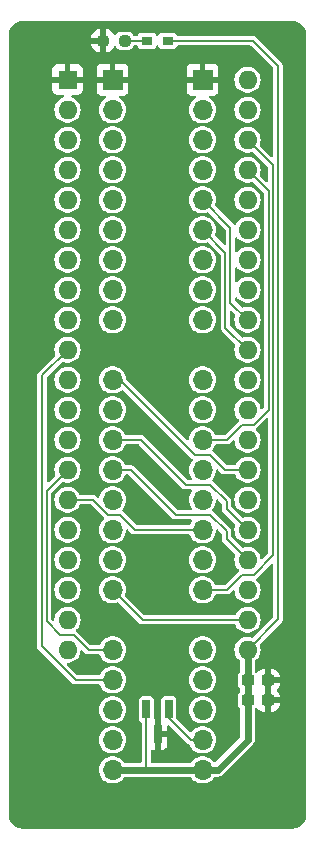
<source format=gbr>
G04 #@! TF.GenerationSoftware,KiCad,Pcbnew,8.0.4+dfsg-1*
G04 #@! TF.CreationDate,2025-03-02T10:40:01+09:00*
G04 #@! TF.ProjectId,bionic-mc68hc11d,62696f6e-6963-42d6-9d63-363868633131,9*
G04 #@! TF.SameCoordinates,Original*
G04 #@! TF.FileFunction,Copper,L1,Top*
G04 #@! TF.FilePolarity,Positive*
%FSLAX46Y46*%
G04 Gerber Fmt 4.6, Leading zero omitted, Abs format (unit mm)*
G04 Created by KiCad (PCBNEW 8.0.4+dfsg-1) date 2025-03-02 10:40:01*
%MOMM*%
%LPD*%
G01*
G04 APERTURE LIST*
G04 Aperture macros list*
%AMRoundRect*
0 Rectangle with rounded corners*
0 $1 Rounding radius*
0 $2 $3 $4 $5 $6 $7 $8 $9 X,Y pos of 4 corners*
0 Add a 4 corners polygon primitive as box body*
4,1,4,$2,$3,$4,$5,$6,$7,$8,$9,$2,$3,0*
0 Add four circle primitives for the rounded corners*
1,1,$1+$1,$2,$3*
1,1,$1+$1,$4,$5*
1,1,$1+$1,$6,$7*
1,1,$1+$1,$8,$9*
0 Add four rect primitives between the rounded corners*
20,1,$1+$1,$2,$3,$4,$5,0*
20,1,$1+$1,$4,$5,$6,$7,0*
20,1,$1+$1,$6,$7,$8,$9,0*
20,1,$1+$1,$8,$9,$2,$3,0*%
G04 Aperture macros list end*
G04 #@! TA.AperFunction,ComponentPad*
%ADD10O,1.700000X1.700000*%
G04 #@! TD*
G04 #@! TA.AperFunction,ComponentPad*
%ADD11R,1.700000X1.700000*%
G04 #@! TD*
G04 #@! TA.AperFunction,SMDPad,CuDef*
%ADD12R,0.965200X0.762000*%
G04 #@! TD*
G04 #@! TA.AperFunction,SMDPad,CuDef*
%ADD13R,0.660400X1.625600*%
G04 #@! TD*
G04 #@! TA.AperFunction,SMDPad,CuDef*
%ADD14RoundRect,0.237500X-0.300000X-0.237500X0.300000X-0.237500X0.300000X0.237500X-0.300000X0.237500X0*%
G04 #@! TD*
G04 #@! TA.AperFunction,ComponentPad*
%ADD15R,1.600000X1.600000*%
G04 #@! TD*
G04 #@! TA.AperFunction,ComponentPad*
%ADD16O,1.600000X1.600000*%
G04 #@! TD*
G04 #@! TA.AperFunction,SMDPad,CuDef*
%ADD17RoundRect,0.237500X0.250000X0.237500X-0.250000X0.237500X-0.250000X-0.237500X0.250000X-0.237500X0*%
G04 #@! TD*
G04 #@! TA.AperFunction,ViaPad*
%ADD18C,0.600000*%
G04 #@! TD*
G04 #@! TA.AperFunction,Conductor*
%ADD19C,0.200000*%
G04 #@! TD*
G04 #@! TA.AperFunction,Conductor*
%ADD20C,0.600000*%
G04 #@! TD*
G04 APERTURE END LIST*
D10*
X160690000Y-120800000D03*
X160690000Y-118260000D03*
X160690000Y-115720000D03*
X160690000Y-113180000D03*
X160690000Y-110640000D03*
X160690000Y-105560000D03*
X160690000Y-103020000D03*
X160690000Y-100480000D03*
X160690000Y-97940000D03*
X160690000Y-95400000D03*
X160690000Y-92860000D03*
X160690000Y-90320000D03*
X160690000Y-87780000D03*
X160690000Y-82700000D03*
X160690000Y-80160000D03*
X160690000Y-77620000D03*
X160690000Y-75080000D03*
X160690000Y-72540000D03*
X160690000Y-70000000D03*
X160690000Y-67460000D03*
X160690000Y-64920000D03*
D11*
X160690000Y-62380000D03*
X153070000Y-62380000D03*
D10*
X153070000Y-64920000D03*
X153070000Y-67460000D03*
X153070000Y-70000000D03*
X153070000Y-72540000D03*
X153070000Y-75080000D03*
X153070000Y-77620000D03*
X153070000Y-80160000D03*
X153070000Y-82700000D03*
X153070000Y-87780000D03*
X153070000Y-90320000D03*
X153070000Y-92860000D03*
X153070000Y-95400000D03*
X153070000Y-97940000D03*
X153070000Y-100480000D03*
X153070000Y-103020000D03*
X153070000Y-105560000D03*
X153070000Y-110640000D03*
X153070000Y-113180000D03*
X153070000Y-115720000D03*
X153070000Y-118260000D03*
X153070000Y-120800000D03*
D12*
X155991000Y-59078000D03*
X157743600Y-59078000D03*
D13*
X157845200Y-115669200D03*
X155945198Y-115669200D03*
X156895199Y-117801200D03*
D14*
X164501100Y-113230800D03*
X166226100Y-113230800D03*
D15*
X149260000Y-62380000D03*
D16*
X149260000Y-64920000D03*
X149260000Y-67460000D03*
X149260000Y-70000000D03*
X149260000Y-72540000D03*
X149260000Y-75080000D03*
X149260000Y-77620000D03*
X149260000Y-80160000D03*
X149260000Y-82700000D03*
X149260000Y-85240000D03*
X149260000Y-87780000D03*
X149260000Y-90320000D03*
X149260000Y-92860000D03*
X149260000Y-95400000D03*
X149260000Y-97940000D03*
X149260000Y-100480000D03*
X149260000Y-103020000D03*
X149260000Y-105560000D03*
X149260000Y-108100000D03*
X149260000Y-110640000D03*
X164500000Y-110640000D03*
X164500000Y-108100000D03*
X164500000Y-105560000D03*
X164500000Y-103020000D03*
X164500000Y-100480000D03*
X164500000Y-97940000D03*
X164500000Y-95400000D03*
X164500000Y-92860000D03*
X164500000Y-90320000D03*
X164500000Y-87780000D03*
X164500000Y-85240000D03*
X164500000Y-82700000D03*
X164500000Y-80160000D03*
X164500000Y-77620000D03*
X164500000Y-75080000D03*
X164500000Y-72540000D03*
X164500000Y-70000000D03*
X164500000Y-67460000D03*
X164500000Y-64920000D03*
X164500000Y-62380000D03*
D14*
X164501100Y-114907200D03*
X166226100Y-114907200D03*
D17*
X154086000Y-59078000D03*
X152261000Y-59078000D03*
D18*
X156880000Y-119530000D03*
X163230000Y-115720000D03*
X165770000Y-96670000D03*
X157769000Y-102512000D03*
X167802000Y-113180000D03*
X150911000Y-91590000D03*
X155610000Y-104798000D03*
X165516000Y-76350000D03*
X167802000Y-114958000D03*
D19*
X160690000Y-100480000D02*
X154975000Y-100480000D01*
X153705000Y-99210000D02*
X152689000Y-99210000D01*
X154975000Y-100480000D02*
X153705000Y-99210000D01*
X152689000Y-99210000D02*
X151419000Y-97940000D01*
X151419000Y-97940000D02*
X149260000Y-97940000D01*
X153070000Y-105560000D02*
X155610000Y-108100000D01*
X155610000Y-108100000D02*
X164500000Y-108100000D01*
D20*
X164500000Y-118260000D02*
X164500000Y-110640000D01*
D19*
X155929999Y-115684399D02*
X155929999Y-120734001D01*
X164957200Y-59078000D02*
X167078000Y-61198800D01*
X164807000Y-115095500D02*
X164807000Y-114958000D01*
X164648200Y-113021200D02*
X164807000Y-113180000D01*
D20*
X153070000Y-120800000D02*
X155864000Y-120800000D01*
D19*
X164500000Y-115402500D02*
X164807000Y-115095500D01*
X167078000Y-61198800D02*
X167078000Y-108062000D01*
D20*
X160690000Y-120800000D02*
X161960000Y-120800000D01*
X161960000Y-120800000D02*
X164500000Y-118260000D01*
D19*
X164500000Y-113021200D02*
X164648200Y-113021200D01*
X155945198Y-115669200D02*
X155929999Y-115684399D01*
X167078000Y-108062000D02*
X164500000Y-110640000D01*
X157743600Y-59078000D02*
X164957200Y-59078000D01*
X155929999Y-120734001D02*
X155864000Y-120800000D01*
D20*
X155864000Y-120800000D02*
X160690000Y-120800000D01*
D19*
X154086000Y-59078000D02*
X155991000Y-59078000D01*
X153070000Y-87780000D02*
X153705000Y-87780000D01*
X160055000Y-94130000D02*
X161325000Y-94130000D01*
X153705000Y-87780000D02*
X160055000Y-94130000D01*
X161325000Y-94130000D02*
X162595000Y-95400000D01*
X162595000Y-95400000D02*
X164500000Y-95400000D01*
X159293000Y-96670000D02*
X161325000Y-96670000D01*
X155483000Y-92860000D02*
X159293000Y-96670000D01*
X162722000Y-98067000D02*
X162722000Y-98702000D01*
X153070000Y-92860000D02*
X155483000Y-92860000D01*
X162722000Y-98702000D02*
X164500000Y-100480000D01*
X161325000Y-96670000D02*
X162722000Y-98067000D01*
X162722000Y-101242000D02*
X164500000Y-103020000D01*
X153070000Y-95400000D02*
X154594000Y-95400000D01*
X158404000Y-99210000D02*
X161312673Y-99210000D01*
X162722000Y-100619327D02*
X162722000Y-101242000D01*
X154594000Y-95400000D02*
X158404000Y-99210000D01*
X161312673Y-99210000D02*
X162722000Y-100619327D01*
X149260000Y-95400000D02*
X147482000Y-97178000D01*
X147482000Y-97178000D02*
X147482000Y-108217635D01*
X147482000Y-108217635D02*
X148634365Y-109370000D01*
X148634365Y-109370000D02*
X149768000Y-109370000D01*
X151038000Y-110640000D02*
X153070000Y-110640000D01*
X149768000Y-109370000D02*
X151038000Y-110640000D01*
X149260000Y-85240000D02*
X147082000Y-87418000D01*
X149942682Y-113180000D02*
X153070000Y-113180000D01*
X147082000Y-87418000D02*
X147082000Y-110319318D01*
X147082000Y-110319318D02*
X149942682Y-113180000D01*
X159674000Y-118260000D02*
X157830001Y-116416001D01*
X157830001Y-116416001D02*
X157830001Y-115924000D01*
X160690000Y-118260000D02*
X159674000Y-118260000D01*
X163992000Y-104290000D02*
X162722000Y-105560000D01*
X165008000Y-104290000D02*
X163992000Y-104290000D01*
X166678000Y-69638000D02*
X166678000Y-102620000D01*
X162722000Y-105560000D02*
X160690000Y-105560000D01*
X166678000Y-102620000D02*
X165008000Y-104290000D01*
X164500000Y-67460000D02*
X166678000Y-69638000D01*
X166278000Y-71778000D02*
X164500000Y-70000000D01*
X162722000Y-92860000D02*
X163992000Y-91590000D01*
X166278000Y-90320000D02*
X166278000Y-71778000D01*
X165008000Y-91590000D02*
X166278000Y-90320000D01*
X160690000Y-92860000D02*
X162722000Y-92860000D01*
X163992000Y-91590000D02*
X165008000Y-91590000D01*
X162630300Y-77020300D02*
X162630300Y-83370300D01*
X160690000Y-75080000D02*
X162630300Y-77020300D01*
X162630300Y-83370300D02*
X164500000Y-85240000D01*
X160690000Y-72540000D02*
X163060400Y-74910400D01*
X163060400Y-74910400D02*
X163060400Y-81260400D01*
X163060400Y-81260400D02*
X164500000Y-82700000D01*
G04 #@! TA.AperFunction,Conductor*
G36*
X166223445Y-91037690D02*
G01*
X166266710Y-91080955D01*
X166277500Y-91125900D01*
X166277500Y-102413098D01*
X166258593Y-102471289D01*
X166248503Y-102483102D01*
X165763359Y-102968245D01*
X165708843Y-102996022D01*
X165648411Y-102986451D01*
X165605146Y-102943186D01*
X165594779Y-102907380D01*
X165586397Y-102816917D01*
X165530582Y-102620750D01*
X165439673Y-102438179D01*
X165316764Y-102275421D01*
X165166041Y-102138019D01*
X164992637Y-102030652D01*
X164802456Y-101956976D01*
X164802455Y-101956975D01*
X164802453Y-101956975D01*
X164601976Y-101919500D01*
X164398024Y-101919500D01*
X164197544Y-101956975D01*
X164117739Y-101987892D01*
X164056648Y-101991282D01*
X164011973Y-101965581D01*
X163589416Y-101543024D01*
X163151496Y-101105103D01*
X163123719Y-101050586D01*
X163122500Y-101035099D01*
X163122500Y-100566601D01*
X163113666Y-100533631D01*
X163095207Y-100464740D01*
X163093324Y-100461479D01*
X163042480Y-100373414D01*
X162967913Y-100298846D01*
X162967913Y-100298847D01*
X161558586Y-98889520D01*
X161558583Y-98889518D01*
X161551901Y-98885660D01*
X161510960Y-98840189D01*
X161504566Y-98779339D01*
X161534707Y-98726761D01*
X161543872Y-98718407D01*
X161672366Y-98548255D01*
X161767405Y-98357389D01*
X161825756Y-98152310D01*
X161841505Y-97982346D01*
X161865700Y-97926151D01*
X161918307Y-97894907D01*
X161979231Y-97900553D01*
X162010086Y-97921479D01*
X162292504Y-98203897D01*
X162320281Y-98258414D01*
X162321500Y-98273901D01*
X162321500Y-98649273D01*
X162321500Y-98754727D01*
X162340534Y-98825765D01*
X162348794Y-98856592D01*
X162401516Y-98947908D01*
X162401517Y-98947909D01*
X162401518Y-98947910D01*
X162401520Y-98947913D01*
X162924802Y-99471195D01*
X163442663Y-99989056D01*
X163470440Y-100043573D01*
X163467880Y-100086152D01*
X163413603Y-100276915D01*
X163413603Y-100276917D01*
X163394785Y-100480000D01*
X163413603Y-100683083D01*
X163469418Y-100879250D01*
X163560327Y-101061821D01*
X163683236Y-101224579D01*
X163833959Y-101361981D01*
X164007363Y-101469348D01*
X164197544Y-101543024D01*
X164398024Y-101580500D01*
X164601976Y-101580500D01*
X164802456Y-101543024D01*
X164992637Y-101469348D01*
X165166041Y-101361981D01*
X165316764Y-101224579D01*
X165439673Y-101061821D01*
X165530582Y-100879250D01*
X165586397Y-100683083D01*
X165605215Y-100480000D01*
X165586397Y-100276917D01*
X165530582Y-100080750D01*
X165439673Y-99898179D01*
X165316764Y-99735421D01*
X165166041Y-99598019D01*
X164992637Y-99490652D01*
X164802456Y-99416976D01*
X164802455Y-99416975D01*
X164802453Y-99416975D01*
X164601976Y-99379500D01*
X164398024Y-99379500D01*
X164197544Y-99416975D01*
X164117739Y-99447892D01*
X164056648Y-99451282D01*
X164011973Y-99425581D01*
X163589416Y-99003024D01*
X163151496Y-98565103D01*
X163123719Y-98510586D01*
X163122500Y-98495099D01*
X163122500Y-98014274D01*
X163113946Y-97982349D01*
X163102599Y-97940000D01*
X163394785Y-97940000D01*
X163413603Y-98143083D01*
X163469418Y-98339250D01*
X163560327Y-98521821D01*
X163683236Y-98684579D01*
X163833959Y-98821981D01*
X164007363Y-98929348D01*
X164197544Y-99003024D01*
X164398024Y-99040500D01*
X164601976Y-99040500D01*
X164802456Y-99003024D01*
X164992637Y-98929348D01*
X165166041Y-98821981D01*
X165316764Y-98684579D01*
X165439673Y-98521821D01*
X165530582Y-98339250D01*
X165586397Y-98143083D01*
X165605215Y-97940000D01*
X165586397Y-97736917D01*
X165530582Y-97540750D01*
X165439673Y-97358179D01*
X165316764Y-97195421D01*
X165166041Y-97058019D01*
X164992637Y-96950652D01*
X164802456Y-96876976D01*
X164802455Y-96876975D01*
X164802453Y-96876975D01*
X164601976Y-96839500D01*
X164398024Y-96839500D01*
X164197546Y-96876975D01*
X164127632Y-96904059D01*
X164007363Y-96950652D01*
X163857881Y-97043207D01*
X163833959Y-97058019D01*
X163683237Y-97195420D01*
X163560328Y-97358177D01*
X163560323Y-97358186D01*
X163478450Y-97522611D01*
X163469418Y-97540750D01*
X163413603Y-97736917D01*
X163394785Y-97940000D01*
X163102599Y-97940000D01*
X163095207Y-97912413D01*
X163042480Y-97821087D01*
X162967913Y-97746519D01*
X162967913Y-97746520D01*
X161570913Y-96349520D01*
X161570910Y-96349518D01*
X161556680Y-96341302D01*
X161515739Y-96295831D01*
X161509345Y-96234981D01*
X161539489Y-96182401D01*
X161543872Y-96178407D01*
X161672366Y-96008255D01*
X161767405Y-95817389D01*
X161825756Y-95612310D01*
X161841505Y-95442346D01*
X161865700Y-95386151D01*
X161918307Y-95354907D01*
X161979231Y-95360553D01*
X162010085Y-95381479D01*
X162349086Y-95720479D01*
X162349091Y-95720483D01*
X162440408Y-95773205D01*
X162440406Y-95773205D01*
X162440410Y-95773206D01*
X162440412Y-95773207D01*
X162542273Y-95800500D01*
X163408742Y-95800500D01*
X163466933Y-95819407D01*
X163497362Y-95855371D01*
X163560327Y-95981821D01*
X163683236Y-96144579D01*
X163833959Y-96281981D01*
X164007363Y-96389348D01*
X164197544Y-96463024D01*
X164398024Y-96500500D01*
X164601976Y-96500500D01*
X164802456Y-96463024D01*
X164992637Y-96389348D01*
X165166041Y-96281981D01*
X165316764Y-96144579D01*
X165439673Y-95981821D01*
X165530582Y-95799250D01*
X165586397Y-95603083D01*
X165605215Y-95400000D01*
X165586397Y-95196917D01*
X165530582Y-95000750D01*
X165439673Y-94818179D01*
X165316764Y-94655421D01*
X165166041Y-94518019D01*
X164992637Y-94410652D01*
X164802456Y-94336976D01*
X164802455Y-94336975D01*
X164802453Y-94336975D01*
X164601976Y-94299500D01*
X164398024Y-94299500D01*
X164197546Y-94336975D01*
X164127632Y-94364059D01*
X164007363Y-94410652D01*
X163898676Y-94477948D01*
X163833959Y-94518019D01*
X163683237Y-94655420D01*
X163560328Y-94818177D01*
X163560323Y-94818186D01*
X163497363Y-94944628D01*
X163454500Y-94988291D01*
X163408742Y-94999500D01*
X162801901Y-94999500D01*
X162743710Y-94980593D01*
X162731897Y-94970504D01*
X162172045Y-94410652D01*
X161570913Y-93809520D01*
X161570910Y-93809518D01*
X161556680Y-93801302D01*
X161515739Y-93755831D01*
X161509345Y-93694981D01*
X161539489Y-93642401D01*
X161543872Y-93638407D01*
X161672366Y-93468255D01*
X161748492Y-93315372D01*
X161791354Y-93271710D01*
X161837113Y-93260500D01*
X162774725Y-93260500D01*
X162774727Y-93260500D01*
X162876588Y-93233207D01*
X162876590Y-93233205D01*
X162876592Y-93233205D01*
X162967908Y-93180483D01*
X162967908Y-93180482D01*
X162967913Y-93180480D01*
X163236639Y-92911752D01*
X163291156Y-92883975D01*
X163351588Y-92893546D01*
X163394853Y-92936811D01*
X163405220Y-92972619D01*
X163413603Y-93063083D01*
X163469418Y-93259250D01*
X163560327Y-93441821D01*
X163683236Y-93604579D01*
X163833959Y-93741981D01*
X164007363Y-93849348D01*
X164197544Y-93923024D01*
X164398024Y-93960500D01*
X164601976Y-93960500D01*
X164802456Y-93923024D01*
X164992637Y-93849348D01*
X165166041Y-93741981D01*
X165316764Y-93604579D01*
X165439673Y-93441821D01*
X165530582Y-93259250D01*
X165586397Y-93063083D01*
X165605215Y-92860000D01*
X165586397Y-92656917D01*
X165530582Y-92460750D01*
X165439673Y-92278179D01*
X165316764Y-92115421D01*
X165253297Y-92057564D01*
X165223033Y-92004390D01*
X165229804Y-91943581D01*
X165249991Y-91914400D01*
X165253908Y-91910482D01*
X165253913Y-91910480D01*
X166108498Y-91055894D01*
X166163013Y-91028119D01*
X166223445Y-91037690D01*
G37*
G04 #@! TD.AperFunction*
G04 #@! TA.AperFunction,Conductor*
G36*
X168314309Y-57400877D02*
G01*
X168504457Y-57417512D01*
X168521437Y-57420505D01*
X168701635Y-57468789D01*
X168717839Y-57474687D01*
X168886902Y-57553523D01*
X168901842Y-57562149D01*
X169054641Y-57669140D01*
X169067861Y-57680232D01*
X169199767Y-57812138D01*
X169210859Y-57825358D01*
X169317850Y-57978157D01*
X169326477Y-57993100D01*
X169382537Y-58113320D01*
X169405308Y-58162151D01*
X169411211Y-58178368D01*
X169459492Y-58358555D01*
X169462488Y-58375550D01*
X169479123Y-58565690D01*
X169479500Y-58574318D01*
X169479500Y-124605681D01*
X169479123Y-124614309D01*
X169462488Y-124804449D01*
X169459492Y-124821444D01*
X169411211Y-125001631D01*
X169405308Y-125017848D01*
X169326478Y-125186898D01*
X169317850Y-125201842D01*
X169210859Y-125354641D01*
X169199767Y-125367861D01*
X169067861Y-125499767D01*
X169054641Y-125510859D01*
X168901842Y-125617850D01*
X168886898Y-125626478D01*
X168717848Y-125705308D01*
X168701631Y-125711211D01*
X168521444Y-125759492D01*
X168504449Y-125762488D01*
X168314309Y-125779123D01*
X168305681Y-125779500D01*
X145454319Y-125779500D01*
X145445691Y-125779123D01*
X145255550Y-125762488D01*
X145238555Y-125759492D01*
X145058368Y-125711211D01*
X145042154Y-125705309D01*
X144873100Y-125626477D01*
X144858157Y-125617850D01*
X144705358Y-125510859D01*
X144692138Y-125499767D01*
X144560232Y-125367861D01*
X144549140Y-125354641D01*
X144442149Y-125201842D01*
X144433523Y-125186902D01*
X144354687Y-125017839D01*
X144348788Y-125001631D01*
X144329843Y-124930926D01*
X144300505Y-124821437D01*
X144297512Y-124804457D01*
X144280877Y-124614309D01*
X144280500Y-124605681D01*
X144280500Y-118260000D01*
X151914571Y-118260000D01*
X151934244Y-118472311D01*
X151939785Y-118491784D01*
X151992595Y-118677389D01*
X152087634Y-118868255D01*
X152216128Y-119038407D01*
X152216135Y-119038413D01*
X152373692Y-119182047D01*
X152373699Y-119182053D01*
X152407010Y-119202678D01*
X152554981Y-119294298D01*
X152753802Y-119371321D01*
X152963390Y-119410500D01*
X153176610Y-119410500D01*
X153386198Y-119371321D01*
X153585019Y-119294298D01*
X153766302Y-119182052D01*
X153923872Y-119038407D01*
X154052366Y-118868255D01*
X154147405Y-118677389D01*
X154205756Y-118472310D01*
X154225429Y-118260000D01*
X154205756Y-118047690D01*
X154147405Y-117842611D01*
X154052366Y-117651745D01*
X153923872Y-117481593D01*
X153869623Y-117432139D01*
X153766307Y-117337952D01*
X153766300Y-117337946D01*
X153585024Y-117225705D01*
X153585019Y-117225702D01*
X153386195Y-117148678D01*
X153176610Y-117109500D01*
X152963390Y-117109500D01*
X152753804Y-117148678D01*
X152554980Y-117225702D01*
X152554975Y-117225705D01*
X152373699Y-117337946D01*
X152373692Y-117337952D01*
X152216135Y-117481586D01*
X152216131Y-117481589D01*
X152216128Y-117481593D01*
X152216125Y-117481597D01*
X152087635Y-117651743D01*
X152087630Y-117651752D01*
X151992596Y-117842608D01*
X151934244Y-118047688D01*
X151914571Y-118260000D01*
X144280500Y-118260000D01*
X144280500Y-115720000D01*
X151914571Y-115720000D01*
X151929600Y-115882198D01*
X151934244Y-115932310D01*
X151992595Y-116137389D01*
X152087634Y-116328255D01*
X152216128Y-116498407D01*
X152286734Y-116562773D01*
X152373692Y-116642047D01*
X152373699Y-116642053D01*
X152394230Y-116654765D01*
X152554981Y-116754298D01*
X152753802Y-116831321D01*
X152963390Y-116870500D01*
X153176610Y-116870500D01*
X153386198Y-116831321D01*
X153585019Y-116754298D01*
X153766302Y-116642052D01*
X153923872Y-116498407D01*
X154052366Y-116328255D01*
X154147405Y-116137389D01*
X154205756Y-115932310D01*
X154225429Y-115720000D01*
X154205756Y-115507690D01*
X154147405Y-115302611D01*
X154052366Y-115111745D01*
X153923872Y-114941593D01*
X153781211Y-114811539D01*
X153766307Y-114797952D01*
X153766300Y-114797946D01*
X153585024Y-114685705D01*
X153585019Y-114685702D01*
X153511446Y-114657200D01*
X153386198Y-114608679D01*
X153386197Y-114608678D01*
X153386195Y-114608678D01*
X153176610Y-114569500D01*
X152963390Y-114569500D01*
X152753804Y-114608678D01*
X152554980Y-114685702D01*
X152554975Y-114685705D01*
X152373699Y-114797946D01*
X152373692Y-114797952D01*
X152216135Y-114941586D01*
X152216131Y-114941589D01*
X152216128Y-114941593D01*
X152216125Y-114941597D01*
X152087635Y-115111743D01*
X152087630Y-115111752D01*
X151992596Y-115302608D01*
X151934244Y-115507688D01*
X151914571Y-115720000D01*
X144280500Y-115720000D01*
X144280500Y-87365273D01*
X146681500Y-87365273D01*
X146681500Y-110266591D01*
X146681500Y-110372045D01*
X146696409Y-110427688D01*
X146708794Y-110473910D01*
X146761516Y-110565226D01*
X146761518Y-110565228D01*
X146761520Y-110565231D01*
X149696769Y-113500480D01*
X149696771Y-113500481D01*
X149696773Y-113500483D01*
X149788090Y-113553205D01*
X149788088Y-113553205D01*
X149788092Y-113553206D01*
X149788094Y-113553207D01*
X149889955Y-113580500D01*
X149995409Y-113580500D01*
X151922887Y-113580500D01*
X151981078Y-113599407D01*
X152011508Y-113635372D01*
X152087634Y-113788255D01*
X152216128Y-113958407D01*
X152216135Y-113958413D01*
X152373692Y-114102047D01*
X152373699Y-114102053D01*
X152433377Y-114139004D01*
X152554981Y-114214298D01*
X152753802Y-114291321D01*
X152963390Y-114330500D01*
X153176610Y-114330500D01*
X153386198Y-114291321D01*
X153585019Y-114214298D01*
X153766302Y-114102052D01*
X153923872Y-113958407D01*
X154052366Y-113788255D01*
X154147405Y-113597389D01*
X154205756Y-113392310D01*
X154225429Y-113180000D01*
X159534571Y-113180000D01*
X159554244Y-113392310D01*
X159612595Y-113597389D01*
X159707634Y-113788255D01*
X159836128Y-113958407D01*
X159836135Y-113958413D01*
X159993692Y-114102047D01*
X159993699Y-114102053D01*
X160053377Y-114139004D01*
X160174981Y-114214298D01*
X160373802Y-114291321D01*
X160583390Y-114330500D01*
X160796610Y-114330500D01*
X161006198Y-114291321D01*
X161205019Y-114214298D01*
X161386302Y-114102052D01*
X161543872Y-113958407D01*
X161672366Y-113788255D01*
X161767405Y-113597389D01*
X161825756Y-113392310D01*
X161845429Y-113180000D01*
X161825756Y-112967690D01*
X161767405Y-112762611D01*
X161672366Y-112571745D01*
X161543872Y-112401593D01*
X161454751Y-112320348D01*
X161386307Y-112257952D01*
X161386300Y-112257946D01*
X161205024Y-112145705D01*
X161205019Y-112145702D01*
X161006195Y-112068678D01*
X160796610Y-112029500D01*
X160583390Y-112029500D01*
X160373804Y-112068678D01*
X160174980Y-112145702D01*
X160174975Y-112145705D01*
X159993699Y-112257946D01*
X159993692Y-112257952D01*
X159836135Y-112401586D01*
X159836131Y-112401589D01*
X159836128Y-112401593D01*
X159836125Y-112401597D01*
X159707635Y-112571743D01*
X159707630Y-112571752D01*
X159612596Y-112762608D01*
X159554244Y-112967688D01*
X159554244Y-112967690D01*
X159534571Y-113180000D01*
X154225429Y-113180000D01*
X154205756Y-112967690D01*
X154147405Y-112762611D01*
X154052366Y-112571745D01*
X153923872Y-112401593D01*
X153834751Y-112320348D01*
X153766307Y-112257952D01*
X153766300Y-112257946D01*
X153585024Y-112145705D01*
X153585019Y-112145702D01*
X153386195Y-112068678D01*
X153176610Y-112029500D01*
X152963390Y-112029500D01*
X152753804Y-112068678D01*
X152554980Y-112145702D01*
X152554975Y-112145705D01*
X152373699Y-112257946D01*
X152373692Y-112257952D01*
X152216135Y-112401586D01*
X152216131Y-112401589D01*
X152216128Y-112401593D01*
X152216125Y-112401597D01*
X152087635Y-112571743D01*
X152087630Y-112571752D01*
X152011508Y-112724628D01*
X151968646Y-112768290D01*
X151922887Y-112779500D01*
X150149583Y-112779500D01*
X150091392Y-112760593D01*
X150079579Y-112750504D01*
X149238579Y-111909504D01*
X149210802Y-111854987D01*
X149220373Y-111794555D01*
X149263638Y-111751290D01*
X149308583Y-111740500D01*
X149361976Y-111740500D01*
X149562456Y-111703024D01*
X149752637Y-111629348D01*
X149926041Y-111521981D01*
X150076764Y-111384579D01*
X150199673Y-111221821D01*
X150290582Y-111039250D01*
X150346397Y-110843083D01*
X150354779Y-110752619D01*
X150378974Y-110696425D01*
X150431581Y-110665181D01*
X150492505Y-110670826D01*
X150523359Y-110691753D01*
X150792086Y-110960479D01*
X150792091Y-110960483D01*
X150883408Y-111013205D01*
X150883406Y-111013205D01*
X150883410Y-111013206D01*
X150883412Y-111013207D01*
X150985273Y-111040500D01*
X151090727Y-111040500D01*
X151922887Y-111040500D01*
X151981078Y-111059407D01*
X152011508Y-111095372D01*
X152087634Y-111248255D01*
X152216128Y-111418407D01*
X152216135Y-111418413D01*
X152373692Y-111562047D01*
X152373699Y-111562053D01*
X152463579Y-111617704D01*
X152554981Y-111674298D01*
X152753802Y-111751321D01*
X152963390Y-111790500D01*
X153176610Y-111790500D01*
X153386198Y-111751321D01*
X153585019Y-111674298D01*
X153766302Y-111562052D01*
X153923872Y-111418407D01*
X154052366Y-111248255D01*
X154147405Y-111057389D01*
X154205756Y-110852310D01*
X154225429Y-110640000D01*
X159534571Y-110640000D01*
X159539366Y-110691753D01*
X159554244Y-110852310D01*
X159612595Y-111057389D01*
X159707634Y-111248255D01*
X159836128Y-111418407D01*
X159836135Y-111418413D01*
X159993692Y-111562047D01*
X159993699Y-111562053D01*
X160083579Y-111617704D01*
X160174981Y-111674298D01*
X160373802Y-111751321D01*
X160583390Y-111790500D01*
X160796610Y-111790500D01*
X161006198Y-111751321D01*
X161205019Y-111674298D01*
X161386302Y-111562052D01*
X161543872Y-111418407D01*
X161672366Y-111248255D01*
X161767405Y-111057389D01*
X161825756Y-110852310D01*
X161845429Y-110640000D01*
X161825756Y-110427690D01*
X161767405Y-110222611D01*
X161672366Y-110031745D01*
X161543872Y-109861593D01*
X161440207Y-109767089D01*
X161386307Y-109717952D01*
X161386300Y-109717946D01*
X161205024Y-109605705D01*
X161205019Y-109605702D01*
X161153078Y-109585580D01*
X161006198Y-109528679D01*
X161006197Y-109528678D01*
X161006195Y-109528678D01*
X160796610Y-109489500D01*
X160583390Y-109489500D01*
X160373804Y-109528678D01*
X160174980Y-109605702D01*
X160174975Y-109605705D01*
X159993699Y-109717946D01*
X159993692Y-109717952D01*
X159836135Y-109861586D01*
X159836131Y-109861589D01*
X159836128Y-109861593D01*
X159836125Y-109861597D01*
X159707635Y-110031743D01*
X159707630Y-110031752D01*
X159612596Y-110222608D01*
X159554244Y-110427688D01*
X159534571Y-110640000D01*
X154225429Y-110640000D01*
X154205756Y-110427690D01*
X154147405Y-110222611D01*
X154052366Y-110031745D01*
X153923872Y-109861593D01*
X153820207Y-109767089D01*
X153766307Y-109717952D01*
X153766300Y-109717946D01*
X153585024Y-109605705D01*
X153585019Y-109605702D01*
X153533078Y-109585580D01*
X153386198Y-109528679D01*
X153386197Y-109528678D01*
X153386195Y-109528678D01*
X153176610Y-109489500D01*
X152963390Y-109489500D01*
X152753804Y-109528678D01*
X152554980Y-109605702D01*
X152554975Y-109605705D01*
X152373699Y-109717946D01*
X152373692Y-109717952D01*
X152216135Y-109861586D01*
X152216131Y-109861589D01*
X152216128Y-109861593D01*
X152216125Y-109861597D01*
X152087635Y-110031743D01*
X152087630Y-110031752D01*
X152011508Y-110184628D01*
X151968646Y-110228290D01*
X151922887Y-110239500D01*
X151244901Y-110239500D01*
X151186710Y-110220593D01*
X151174897Y-110210504D01*
X150595587Y-109631194D01*
X150013913Y-109049520D01*
X150013910Y-109049518D01*
X150009991Y-109045599D01*
X149982214Y-108991082D01*
X149991785Y-108930650D01*
X150013297Y-108902436D01*
X150076764Y-108844579D01*
X150199673Y-108681821D01*
X150290582Y-108499250D01*
X150346397Y-108303083D01*
X150365215Y-108100000D01*
X150346397Y-107896917D01*
X150290582Y-107700750D01*
X150199673Y-107518179D01*
X150076764Y-107355421D01*
X149926041Y-107218019D01*
X149752637Y-107110652D01*
X149562456Y-107036976D01*
X149562455Y-107036975D01*
X149562453Y-107036975D01*
X149361976Y-106999500D01*
X149158024Y-106999500D01*
X148957546Y-107036975D01*
X148887632Y-107064059D01*
X148767363Y-107110652D01*
X148593959Y-107218019D01*
X148443237Y-107355420D01*
X148320328Y-107518177D01*
X148320323Y-107518186D01*
X148229419Y-107700747D01*
X148173603Y-107896917D01*
X148155245Y-108095036D01*
X148131049Y-108151234D01*
X148078442Y-108182477D01*
X148017517Y-108176831D01*
X147986663Y-108155905D01*
X147911496Y-108080738D01*
X147883719Y-108026221D01*
X147882500Y-108010734D01*
X147882500Y-105560000D01*
X148154785Y-105560000D01*
X148173603Y-105763083D01*
X148229418Y-105959250D01*
X148320327Y-106141821D01*
X148443236Y-106304579D01*
X148593959Y-106441981D01*
X148767363Y-106549348D01*
X148957544Y-106623024D01*
X149158024Y-106660500D01*
X149361976Y-106660500D01*
X149562456Y-106623024D01*
X149752637Y-106549348D01*
X149926041Y-106441981D01*
X150076764Y-106304579D01*
X150199673Y-106141821D01*
X150290582Y-105959250D01*
X150346397Y-105763083D01*
X150365215Y-105560000D01*
X151914571Y-105560000D01*
X151919366Y-105611753D01*
X151934244Y-105772310D01*
X151992595Y-105977389D01*
X152087634Y-106168255D01*
X152216128Y-106338407D01*
X152216135Y-106338413D01*
X152373692Y-106482047D01*
X152373699Y-106482053D01*
X152477389Y-106546255D01*
X152554981Y-106594298D01*
X152753802Y-106671321D01*
X152963390Y-106710500D01*
X153176610Y-106710500D01*
X153386198Y-106671321D01*
X153490908Y-106630755D01*
X153551998Y-106627366D01*
X153596674Y-106653067D01*
X155289520Y-108345913D01*
X155289519Y-108345913D01*
X155334234Y-108390627D01*
X155364087Y-108420480D01*
X155455413Y-108473207D01*
X155557273Y-108500500D01*
X163408742Y-108500500D01*
X163466933Y-108519407D01*
X163497362Y-108555371D01*
X163560327Y-108681821D01*
X163683236Y-108844579D01*
X163833959Y-108981981D01*
X164007363Y-109089348D01*
X164197544Y-109163024D01*
X164398024Y-109200500D01*
X164601976Y-109200500D01*
X164802456Y-109163024D01*
X164992637Y-109089348D01*
X165166041Y-108981981D01*
X165316764Y-108844579D01*
X165439673Y-108681821D01*
X165530582Y-108499250D01*
X165586397Y-108303083D01*
X165605215Y-108100000D01*
X165586397Y-107896917D01*
X165530582Y-107700750D01*
X165439673Y-107518179D01*
X165316764Y-107355421D01*
X165166041Y-107218019D01*
X164992637Y-107110652D01*
X164802456Y-107036976D01*
X164802455Y-107036975D01*
X164802453Y-107036975D01*
X164601976Y-106999500D01*
X164398024Y-106999500D01*
X164197546Y-107036975D01*
X164127632Y-107064059D01*
X164007363Y-107110652D01*
X163833959Y-107218019D01*
X163683237Y-107355420D01*
X163560328Y-107518177D01*
X163560323Y-107518186D01*
X163497363Y-107644628D01*
X163454500Y-107688291D01*
X163408742Y-107699500D01*
X155816901Y-107699500D01*
X155758710Y-107680593D01*
X155746897Y-107670504D01*
X154166650Y-106090257D01*
X154138873Y-106035740D01*
X154147111Y-105982182D01*
X154145752Y-105981656D01*
X154147400Y-105977398D01*
X154147405Y-105977389D01*
X154205756Y-105772310D01*
X154225429Y-105560000D01*
X154205756Y-105347690D01*
X154147405Y-105142611D01*
X154052366Y-104951745D01*
X153923872Y-104781593D01*
X153839185Y-104704390D01*
X153766307Y-104637952D01*
X153766300Y-104637946D01*
X153585024Y-104525705D01*
X153585019Y-104525702D01*
X153386195Y-104448678D01*
X153176610Y-104409500D01*
X152963390Y-104409500D01*
X152753804Y-104448678D01*
X152554980Y-104525702D01*
X152554975Y-104525705D01*
X152373699Y-104637946D01*
X152373692Y-104637952D01*
X152216135Y-104781586D01*
X152216131Y-104781589D01*
X152216128Y-104781593D01*
X152216125Y-104781597D01*
X152087635Y-104951743D01*
X152087630Y-104951752D01*
X151992596Y-105142608D01*
X151992595Y-105142611D01*
X151987790Y-105159500D01*
X151934244Y-105347688D01*
X151914571Y-105560000D01*
X150365215Y-105560000D01*
X150346397Y-105356917D01*
X150290582Y-105160750D01*
X150199673Y-104978179D01*
X150076764Y-104815421D01*
X149926041Y-104678019D01*
X149752637Y-104570652D01*
X149562456Y-104496976D01*
X149562455Y-104496975D01*
X149562453Y-104496975D01*
X149361976Y-104459500D01*
X149158024Y-104459500D01*
X148957546Y-104496975D01*
X148887632Y-104524059D01*
X148767363Y-104570652D01*
X148617881Y-104663207D01*
X148593959Y-104678019D01*
X148443237Y-104815420D01*
X148320328Y-104978177D01*
X148320323Y-104978186D01*
X148238450Y-105142611D01*
X148229418Y-105160750D01*
X148173603Y-105356917D01*
X148154785Y-105560000D01*
X147882500Y-105560000D01*
X147882500Y-103020000D01*
X148154785Y-103020000D01*
X148173603Y-103223083D01*
X148229418Y-103419250D01*
X148320327Y-103601821D01*
X148443236Y-103764579D01*
X148593959Y-103901981D01*
X148767363Y-104009348D01*
X148957544Y-104083024D01*
X149158024Y-104120500D01*
X149361976Y-104120500D01*
X149562456Y-104083024D01*
X149752637Y-104009348D01*
X149926041Y-103901981D01*
X150076764Y-103764579D01*
X150199673Y-103601821D01*
X150290582Y-103419250D01*
X150346397Y-103223083D01*
X150365215Y-103020000D01*
X151914571Y-103020000D01*
X151934244Y-103232310D01*
X151992595Y-103437389D01*
X152087634Y-103628255D01*
X152216128Y-103798407D01*
X152216135Y-103798413D01*
X152373692Y-103942047D01*
X152373699Y-103942053D01*
X152418060Y-103969520D01*
X152554981Y-104054298D01*
X152753802Y-104131321D01*
X152963390Y-104170500D01*
X153176610Y-104170500D01*
X153386198Y-104131321D01*
X153585019Y-104054298D01*
X153766302Y-103942052D01*
X153923872Y-103798407D01*
X154052366Y-103628255D01*
X154147405Y-103437389D01*
X154205756Y-103232310D01*
X154225429Y-103020000D01*
X159534571Y-103020000D01*
X159554244Y-103232310D01*
X159612595Y-103437389D01*
X159707634Y-103628255D01*
X159836128Y-103798407D01*
X159836135Y-103798413D01*
X159993692Y-103942047D01*
X159993699Y-103942053D01*
X160038060Y-103969520D01*
X160174981Y-104054298D01*
X160373802Y-104131321D01*
X160583390Y-104170500D01*
X160796610Y-104170500D01*
X161006198Y-104131321D01*
X161205019Y-104054298D01*
X161386302Y-103942052D01*
X161543872Y-103798407D01*
X161672366Y-103628255D01*
X161767405Y-103437389D01*
X161825756Y-103232310D01*
X161845429Y-103020000D01*
X161825756Y-102807690D01*
X161767405Y-102602611D01*
X161672366Y-102411745D01*
X161543872Y-102241593D01*
X161489623Y-102192139D01*
X161386307Y-102097952D01*
X161386300Y-102097946D01*
X161205024Y-101985705D01*
X161205019Y-101985702D01*
X161006195Y-101908678D01*
X160796610Y-101869500D01*
X160583390Y-101869500D01*
X160373804Y-101908678D01*
X160174980Y-101985702D01*
X160174975Y-101985705D01*
X159993699Y-102097946D01*
X159993692Y-102097952D01*
X159836135Y-102241586D01*
X159836131Y-102241589D01*
X159836128Y-102241593D01*
X159836125Y-102241597D01*
X159707635Y-102411743D01*
X159707630Y-102411752D01*
X159612596Y-102602608D01*
X159554244Y-102807688D01*
X159554244Y-102807690D01*
X159534571Y-103020000D01*
X154225429Y-103020000D01*
X154205756Y-102807690D01*
X154147405Y-102602611D01*
X154052366Y-102411745D01*
X153923872Y-102241593D01*
X153869623Y-102192139D01*
X153766307Y-102097952D01*
X153766300Y-102097946D01*
X153585024Y-101985705D01*
X153585019Y-101985702D01*
X153386195Y-101908678D01*
X153176610Y-101869500D01*
X152963390Y-101869500D01*
X152753804Y-101908678D01*
X152554980Y-101985702D01*
X152554975Y-101985705D01*
X152373699Y-102097946D01*
X152373692Y-102097952D01*
X152216135Y-102241586D01*
X152216131Y-102241589D01*
X152216128Y-102241593D01*
X152216125Y-102241597D01*
X152087635Y-102411743D01*
X152087630Y-102411752D01*
X151992596Y-102602608D01*
X151934244Y-102807688D01*
X151934244Y-102807690D01*
X151914571Y-103020000D01*
X150365215Y-103020000D01*
X150346397Y-102816917D01*
X150290582Y-102620750D01*
X150199673Y-102438179D01*
X150076764Y-102275421D01*
X149926041Y-102138019D01*
X149752637Y-102030652D01*
X149562456Y-101956976D01*
X149562455Y-101956975D01*
X149562453Y-101956975D01*
X149361976Y-101919500D01*
X149158024Y-101919500D01*
X148957546Y-101956975D01*
X148887632Y-101984059D01*
X148767363Y-102030652D01*
X148658676Y-102097948D01*
X148593959Y-102138019D01*
X148443237Y-102275420D01*
X148320328Y-102438177D01*
X148320323Y-102438186D01*
X148238450Y-102602611D01*
X148229418Y-102620750D01*
X148173603Y-102816917D01*
X148154785Y-103020000D01*
X147882500Y-103020000D01*
X147882500Y-100480000D01*
X148154785Y-100480000D01*
X148173603Y-100683083D01*
X148229418Y-100879250D01*
X148320327Y-101061821D01*
X148443236Y-101224579D01*
X148593959Y-101361981D01*
X148767363Y-101469348D01*
X148957544Y-101543024D01*
X149158024Y-101580500D01*
X149361976Y-101580500D01*
X149562456Y-101543024D01*
X149752637Y-101469348D01*
X149926041Y-101361981D01*
X150076764Y-101224579D01*
X150199673Y-101061821D01*
X150290582Y-100879250D01*
X150346397Y-100683083D01*
X150365215Y-100480000D01*
X150346397Y-100276917D01*
X150290582Y-100080750D01*
X150199673Y-99898179D01*
X150076764Y-99735421D01*
X149926041Y-99598019D01*
X149752637Y-99490652D01*
X149562456Y-99416976D01*
X149562455Y-99416975D01*
X149562453Y-99416975D01*
X149361976Y-99379500D01*
X149158024Y-99379500D01*
X148957546Y-99416975D01*
X148902131Y-99438443D01*
X148767363Y-99490652D01*
X148617881Y-99583207D01*
X148593959Y-99598019D01*
X148443237Y-99735420D01*
X148320328Y-99898177D01*
X148320323Y-99898186D01*
X148238450Y-100062611D01*
X148229418Y-100080750D01*
X148173603Y-100276917D01*
X148154785Y-100480000D01*
X147882500Y-100480000D01*
X147882500Y-97940000D01*
X148154785Y-97940000D01*
X148173603Y-98143083D01*
X148229418Y-98339250D01*
X148320327Y-98521821D01*
X148443236Y-98684579D01*
X148593959Y-98821981D01*
X148767363Y-98929348D01*
X148957544Y-99003024D01*
X149158024Y-99040500D01*
X149361976Y-99040500D01*
X149562456Y-99003024D01*
X149752637Y-98929348D01*
X149926041Y-98821981D01*
X150076764Y-98684579D01*
X150199673Y-98521821D01*
X150262637Y-98395371D01*
X150305500Y-98351709D01*
X150351258Y-98340500D01*
X151212099Y-98340500D01*
X151270290Y-98359407D01*
X151282103Y-98369496D01*
X152351050Y-99438443D01*
X152378827Y-99492960D01*
X152369256Y-99553392D01*
X152347743Y-99581608D01*
X152216130Y-99701591D01*
X152216125Y-99701597D01*
X152087635Y-99871743D01*
X152087630Y-99871752D01*
X151992596Y-100062608D01*
X151934244Y-100267688D01*
X151914571Y-100480000D01*
X151922595Y-100566600D01*
X151934244Y-100692310D01*
X151992595Y-100897389D01*
X152087634Y-101088255D01*
X152216128Y-101258407D01*
X152216135Y-101258413D01*
X152373692Y-101402047D01*
X152373699Y-101402053D01*
X152477389Y-101466255D01*
X152554981Y-101514298D01*
X152753802Y-101591321D01*
X152963390Y-101630500D01*
X153176610Y-101630500D01*
X153386198Y-101591321D01*
X153585019Y-101514298D01*
X153766302Y-101402052D01*
X153923872Y-101258407D01*
X154052366Y-101088255D01*
X154147405Y-100897389D01*
X154205756Y-100692310D01*
X154221505Y-100522346D01*
X154245700Y-100466151D01*
X154298307Y-100434907D01*
X154359231Y-100440553D01*
X154390085Y-100461479D01*
X154729086Y-100800479D01*
X154729091Y-100800483D01*
X154820408Y-100853205D01*
X154820406Y-100853205D01*
X154820410Y-100853206D01*
X154820412Y-100853207D01*
X154922273Y-100880500D01*
X155027727Y-100880500D01*
X159542887Y-100880500D01*
X159601078Y-100899407D01*
X159631508Y-100935372D01*
X159707634Y-101088255D01*
X159836128Y-101258407D01*
X159836135Y-101258413D01*
X159993692Y-101402047D01*
X159993699Y-101402053D01*
X160097389Y-101466255D01*
X160174981Y-101514298D01*
X160373802Y-101591321D01*
X160583390Y-101630500D01*
X160796610Y-101630500D01*
X161006198Y-101591321D01*
X161205019Y-101514298D01*
X161386302Y-101402052D01*
X161543872Y-101258407D01*
X161672366Y-101088255D01*
X161767405Y-100897389D01*
X161825756Y-100692310D01*
X161840459Y-100533629D01*
X161864655Y-100477433D01*
X161917262Y-100446189D01*
X161978187Y-100451835D01*
X162009041Y-100472761D01*
X162292504Y-100756224D01*
X162320281Y-100810741D01*
X162321500Y-100826228D01*
X162321500Y-101189273D01*
X162321500Y-101294727D01*
X162339520Y-101361980D01*
X162348794Y-101396592D01*
X162401516Y-101487908D01*
X162401517Y-101487909D01*
X162401518Y-101487910D01*
X162401520Y-101487913D01*
X162924802Y-102011195D01*
X163442663Y-102529056D01*
X163470440Y-102583573D01*
X163467880Y-102626152D01*
X163413603Y-102816915D01*
X163413603Y-102816917D01*
X163394785Y-103020000D01*
X163413603Y-103223083D01*
X163469418Y-103419250D01*
X163560327Y-103601821D01*
X163683236Y-103764579D01*
X163746701Y-103822435D01*
X163776966Y-103875608D01*
X163770195Y-103936418D01*
X163750008Y-103965599D01*
X162585103Y-105130504D01*
X162530586Y-105158281D01*
X162515099Y-105159500D01*
X161837113Y-105159500D01*
X161778922Y-105140593D01*
X161748492Y-105104628D01*
X161672369Y-104951752D01*
X161672366Y-104951745D01*
X161543872Y-104781593D01*
X161459185Y-104704390D01*
X161386307Y-104637952D01*
X161386300Y-104637946D01*
X161205024Y-104525705D01*
X161205019Y-104525702D01*
X161006195Y-104448678D01*
X160796610Y-104409500D01*
X160583390Y-104409500D01*
X160373804Y-104448678D01*
X160174980Y-104525702D01*
X160174975Y-104525705D01*
X159993699Y-104637946D01*
X159993692Y-104637952D01*
X159836135Y-104781586D01*
X159836131Y-104781589D01*
X159836128Y-104781593D01*
X159836125Y-104781597D01*
X159707635Y-104951743D01*
X159707630Y-104951752D01*
X159612596Y-105142608D01*
X159612595Y-105142611D01*
X159607790Y-105159500D01*
X159554244Y-105347688D01*
X159534571Y-105560000D01*
X159539366Y-105611753D01*
X159554244Y-105772310D01*
X159612595Y-105977389D01*
X159707634Y-106168255D01*
X159836128Y-106338407D01*
X159836135Y-106338413D01*
X159993692Y-106482047D01*
X159993699Y-106482053D01*
X160097389Y-106546255D01*
X160174981Y-106594298D01*
X160373802Y-106671321D01*
X160583390Y-106710500D01*
X160796610Y-106710500D01*
X161006198Y-106671321D01*
X161205019Y-106594298D01*
X161386302Y-106482052D01*
X161543872Y-106338407D01*
X161672366Y-106168255D01*
X161748492Y-106015372D01*
X161791354Y-105971710D01*
X161837113Y-105960500D01*
X162774725Y-105960500D01*
X162774727Y-105960500D01*
X162876588Y-105933207D01*
X162876590Y-105933205D01*
X162876592Y-105933205D01*
X162967908Y-105880483D01*
X162967908Y-105880482D01*
X162967913Y-105880480D01*
X163236639Y-105611752D01*
X163291156Y-105583975D01*
X163351588Y-105593546D01*
X163394853Y-105636811D01*
X163405220Y-105672619D01*
X163413603Y-105763083D01*
X163469418Y-105959250D01*
X163560327Y-106141821D01*
X163683236Y-106304579D01*
X163833959Y-106441981D01*
X164007363Y-106549348D01*
X164197544Y-106623024D01*
X164398024Y-106660500D01*
X164601976Y-106660500D01*
X164802456Y-106623024D01*
X164992637Y-106549348D01*
X165166041Y-106441981D01*
X165316764Y-106304579D01*
X165439673Y-106141821D01*
X165530582Y-105959250D01*
X165586397Y-105763083D01*
X165605215Y-105560000D01*
X165586397Y-105356917D01*
X165530582Y-105160750D01*
X165439673Y-104978179D01*
X165316764Y-104815421D01*
X165253297Y-104757564D01*
X165223033Y-104704390D01*
X165229804Y-104643581D01*
X165249991Y-104614400D01*
X165253908Y-104610482D01*
X165253913Y-104610480D01*
X166508496Y-103355895D01*
X166563013Y-103328119D01*
X166623445Y-103337690D01*
X166666710Y-103380955D01*
X166677500Y-103425900D01*
X166677500Y-107855098D01*
X166658593Y-107913289D01*
X166648504Y-107925102D01*
X164988025Y-109585580D01*
X164933508Y-109613357D01*
X164882259Y-109607891D01*
X164802460Y-109576977D01*
X164802447Y-109576974D01*
X164601976Y-109539500D01*
X164398024Y-109539500D01*
X164197546Y-109576975D01*
X164197541Y-109576977D01*
X164007363Y-109650652D01*
X163898676Y-109717948D01*
X163833959Y-109758019D01*
X163683237Y-109895420D01*
X163560328Y-110058177D01*
X163560323Y-110058186D01*
X163478450Y-110222611D01*
X163469418Y-110240750D01*
X163413603Y-110436917D01*
X163394785Y-110640000D01*
X163413603Y-110843083D01*
X163469418Y-111039250D01*
X163560327Y-111221821D01*
X163683236Y-111384579D01*
X163833959Y-111521981D01*
X163852617Y-111533533D01*
X163892137Y-111580239D01*
X163899500Y-111617704D01*
X163899500Y-112497641D01*
X163880593Y-112555832D01*
X163860321Y-112576524D01*
X163817102Y-112609298D01*
X163817097Y-112609303D01*
X163727738Y-112727141D01*
X163673483Y-112864720D01*
X163663100Y-112951179D01*
X163663100Y-113510420D01*
X163673483Y-113596879D01*
X163688663Y-113635372D01*
X163727738Y-113734458D01*
X163817100Y-113852300D01*
X163817104Y-113852303D01*
X163817106Y-113852305D01*
X163860318Y-113885073D01*
X163895261Y-113935299D01*
X163899500Y-113963957D01*
X163899500Y-114174041D01*
X163880593Y-114232232D01*
X163860321Y-114252924D01*
X163817102Y-114285698D01*
X163817097Y-114285703D01*
X163727738Y-114403541D01*
X163673483Y-114541120D01*
X163663100Y-114627579D01*
X163663100Y-115186820D01*
X163673483Y-115273279D01*
X163727738Y-115410858D01*
X163817100Y-115528700D01*
X163817104Y-115528703D01*
X163817106Y-115528705D01*
X163860318Y-115561473D01*
X163895261Y-115611699D01*
X163899500Y-115640357D01*
X163899500Y-117970257D01*
X163880593Y-118028448D01*
X163870504Y-118040261D01*
X161772885Y-120137879D01*
X161718368Y-120165656D01*
X161657936Y-120156085D01*
X161623878Y-120127536D01*
X161543880Y-120021603D01*
X161543877Y-120021600D01*
X161543872Y-120021593D01*
X161489623Y-119972139D01*
X161386307Y-119877952D01*
X161386300Y-119877946D01*
X161205024Y-119765705D01*
X161205019Y-119765702D01*
X161006195Y-119688678D01*
X160796610Y-119649500D01*
X160583390Y-119649500D01*
X160373804Y-119688678D01*
X160174980Y-119765702D01*
X160174975Y-119765705D01*
X159993699Y-119877946D01*
X159993692Y-119877952D01*
X159836135Y-120021586D01*
X159836131Y-120021589D01*
X159836128Y-120021593D01*
X159731484Y-120160161D01*
X159681329Y-120195204D01*
X159652482Y-120199500D01*
X156429499Y-120199500D01*
X156371308Y-120180593D01*
X156335344Y-120131093D01*
X156330499Y-120100500D01*
X156330499Y-119202678D01*
X156349406Y-119144487D01*
X156398906Y-119108523D01*
X156452273Y-119106333D01*
X156457625Y-119107598D01*
X156517175Y-119114000D01*
X156645198Y-119114000D01*
X156645199Y-119113999D01*
X156645199Y-118051201D01*
X157145199Y-118051201D01*
X157145199Y-119113999D01*
X157145200Y-119114000D01*
X157273223Y-119114000D01*
X157332769Y-119107598D01*
X157332780Y-119107596D01*
X157467487Y-119057353D01*
X157467489Y-119057352D01*
X157582583Y-118971192D01*
X157582591Y-118971184D01*
X157668751Y-118856090D01*
X157668752Y-118856088D01*
X157718995Y-118721381D01*
X157718997Y-118721370D01*
X157725399Y-118661824D01*
X157725399Y-118051201D01*
X157725398Y-118051200D01*
X157145200Y-118051200D01*
X157145199Y-118051201D01*
X156645199Y-118051201D01*
X156645199Y-116488401D01*
X157145199Y-116488401D01*
X157145199Y-117551199D01*
X157145200Y-117551200D01*
X157725398Y-117551200D01*
X157725399Y-117551199D01*
X157725399Y-117116800D01*
X157744306Y-117058609D01*
X157793806Y-117022645D01*
X157854992Y-117022645D01*
X157894403Y-117046796D01*
X159353520Y-118505913D01*
X159353519Y-118505913D01*
X159428087Y-118580480D01*
X159519409Y-118633205D01*
X159519411Y-118633206D01*
X159519413Y-118633207D01*
X159558448Y-118643666D01*
X159609763Y-118676990D01*
X159621446Y-118695165D01*
X159648087Y-118748667D01*
X159707634Y-118868255D01*
X159836128Y-119038407D01*
X159836135Y-119038413D01*
X159993692Y-119182047D01*
X159993699Y-119182053D01*
X160027010Y-119202678D01*
X160174981Y-119294298D01*
X160373802Y-119371321D01*
X160583390Y-119410500D01*
X160796610Y-119410500D01*
X161006198Y-119371321D01*
X161205019Y-119294298D01*
X161386302Y-119182052D01*
X161543872Y-119038407D01*
X161672366Y-118868255D01*
X161767405Y-118677389D01*
X161825756Y-118472310D01*
X161845429Y-118260000D01*
X161825756Y-118047690D01*
X161767405Y-117842611D01*
X161672366Y-117651745D01*
X161543872Y-117481593D01*
X161489623Y-117432139D01*
X161386307Y-117337952D01*
X161386300Y-117337946D01*
X161205024Y-117225705D01*
X161205019Y-117225702D01*
X161006195Y-117148678D01*
X160796610Y-117109500D01*
X160583390Y-117109500D01*
X160373804Y-117148678D01*
X160174980Y-117225702D01*
X160174975Y-117225705D01*
X159993699Y-117337946D01*
X159993692Y-117337952D01*
X159836135Y-117481586D01*
X159836119Y-117481603D01*
X159743712Y-117603969D01*
X159693556Y-117639012D01*
X159632381Y-117637881D01*
X159594705Y-117614312D01*
X158504895Y-116524502D01*
X158477118Y-116469985D01*
X158475899Y-116454498D01*
X158475899Y-115720000D01*
X159534571Y-115720000D01*
X159549600Y-115882198D01*
X159554244Y-115932310D01*
X159612595Y-116137389D01*
X159707634Y-116328255D01*
X159836128Y-116498407D01*
X159906734Y-116562773D01*
X159993692Y-116642047D01*
X159993699Y-116642053D01*
X160014230Y-116654765D01*
X160174981Y-116754298D01*
X160373802Y-116831321D01*
X160583390Y-116870500D01*
X160796610Y-116870500D01*
X161006198Y-116831321D01*
X161205019Y-116754298D01*
X161386302Y-116642052D01*
X161543872Y-116498407D01*
X161672366Y-116328255D01*
X161767405Y-116137389D01*
X161825756Y-115932310D01*
X161845429Y-115720000D01*
X161825756Y-115507690D01*
X161767405Y-115302611D01*
X161672366Y-115111745D01*
X161543872Y-114941593D01*
X161401211Y-114811539D01*
X161386307Y-114797952D01*
X161386300Y-114797946D01*
X161205024Y-114685705D01*
X161205019Y-114685702D01*
X161131446Y-114657200D01*
X161006198Y-114608679D01*
X161006197Y-114608678D01*
X161006195Y-114608678D01*
X160796610Y-114569500D01*
X160583390Y-114569500D01*
X160373804Y-114608678D01*
X160174980Y-114685702D01*
X160174975Y-114685705D01*
X159993699Y-114797946D01*
X159993692Y-114797952D01*
X159836135Y-114941586D01*
X159836131Y-114941589D01*
X159836128Y-114941593D01*
X159836125Y-114941597D01*
X159707635Y-115111743D01*
X159707630Y-115111752D01*
X159612596Y-115302608D01*
X159554244Y-115507688D01*
X159534571Y-115720000D01*
X158475899Y-115720000D01*
X158475899Y-114811539D01*
X158475899Y-114811536D01*
X158472985Y-114786409D01*
X158427606Y-114683635D01*
X158348165Y-114604194D01*
X158245391Y-114558815D01*
X158245390Y-114558814D01*
X158245388Y-114558814D01*
X158220268Y-114555900D01*
X157470139Y-114555900D01*
X157470136Y-114555901D01*
X157445009Y-114558814D01*
X157342235Y-114604194D01*
X157262794Y-114683635D01*
X157217414Y-114786411D01*
X157214500Y-114811530D01*
X157214500Y-114811532D01*
X157214500Y-114811535D01*
X157214500Y-115642025D01*
X157214501Y-116389400D01*
X157195594Y-116447591D01*
X157160542Y-116473057D01*
X157145199Y-116488401D01*
X156645199Y-116488401D01*
X156630903Y-116474105D01*
X156616707Y-116469493D01*
X156580743Y-116419993D01*
X156575898Y-116389400D01*
X156575897Y-114811539D01*
X156575897Y-114811536D01*
X156572983Y-114786409D01*
X156527604Y-114683635D01*
X156448163Y-114604194D01*
X156345389Y-114558815D01*
X156345388Y-114558814D01*
X156345386Y-114558814D01*
X156320266Y-114555900D01*
X155570137Y-114555900D01*
X155570134Y-114555901D01*
X155545007Y-114558814D01*
X155442233Y-114604194D01*
X155362792Y-114683635D01*
X155317412Y-114786411D01*
X155314498Y-114811530D01*
X155314498Y-116526860D01*
X155314499Y-116526863D01*
X155317412Y-116551990D01*
X155342754Y-116609385D01*
X155362792Y-116654765D01*
X155442233Y-116734206D01*
X155470487Y-116746681D01*
X155516082Y-116787480D01*
X155529499Y-116837245D01*
X155529499Y-120100500D01*
X155510592Y-120158691D01*
X155461092Y-120194655D01*
X155430499Y-120199500D01*
X154107518Y-120199500D01*
X154049327Y-120180593D01*
X154028516Y-120160163D01*
X153923872Y-120021593D01*
X153869623Y-119972139D01*
X153766307Y-119877952D01*
X153766300Y-119877946D01*
X153585024Y-119765705D01*
X153585019Y-119765702D01*
X153386195Y-119688678D01*
X153176610Y-119649500D01*
X152963390Y-119649500D01*
X152753804Y-119688678D01*
X152554980Y-119765702D01*
X152554975Y-119765705D01*
X152373699Y-119877946D01*
X152373692Y-119877952D01*
X152216135Y-120021586D01*
X152216131Y-120021589D01*
X152216128Y-120021593D01*
X152216125Y-120021597D01*
X152087635Y-120191743D01*
X152087630Y-120191752D01*
X151992596Y-120382608D01*
X151934244Y-120587688D01*
X151934244Y-120587690D01*
X151914571Y-120800000D01*
X151934244Y-121012310D01*
X151978745Y-121168713D01*
X151992596Y-121217391D01*
X152083772Y-121400500D01*
X152087634Y-121408255D01*
X152216128Y-121578407D01*
X152216135Y-121578413D01*
X152373692Y-121722047D01*
X152373699Y-121722053D01*
X152477389Y-121786255D01*
X152554981Y-121834298D01*
X152753802Y-121911321D01*
X152963390Y-121950500D01*
X153176610Y-121950500D01*
X153386198Y-121911321D01*
X153585019Y-121834298D01*
X153766302Y-121722052D01*
X153923872Y-121578407D01*
X154028515Y-121439838D01*
X154078671Y-121404796D01*
X154107518Y-121400500D01*
X155784943Y-121400500D01*
X159652482Y-121400500D01*
X159710673Y-121419407D01*
X159731483Y-121439836D01*
X159836128Y-121578407D01*
X159836135Y-121578413D01*
X159993692Y-121722047D01*
X159993699Y-121722053D01*
X160097389Y-121786255D01*
X160174981Y-121834298D01*
X160373802Y-121911321D01*
X160583390Y-121950500D01*
X160796610Y-121950500D01*
X161006198Y-121911321D01*
X161205019Y-121834298D01*
X161386302Y-121722052D01*
X161543872Y-121578407D01*
X161648515Y-121439838D01*
X161698671Y-121404796D01*
X161727518Y-121400500D01*
X161874864Y-121400500D01*
X161874880Y-121400501D01*
X161880943Y-121400501D01*
X162039056Y-121400501D01*
X162039057Y-121400501D01*
X162191785Y-121359577D01*
X162241904Y-121330639D01*
X162328716Y-121280520D01*
X162440520Y-121168716D01*
X162440521Y-121168713D01*
X164868713Y-118740521D01*
X164868716Y-118740520D01*
X164980520Y-118628716D01*
X165059577Y-118491784D01*
X165100500Y-118339057D01*
X165100500Y-115642025D01*
X165119407Y-115583834D01*
X165139678Y-115563143D01*
X165174109Y-115537034D01*
X165231898Y-115516940D01*
X165290464Y-115534651D01*
X165318187Y-115563946D01*
X165343656Y-115605238D01*
X165465564Y-115727146D01*
X165612293Y-115817651D01*
X165775951Y-115871881D01*
X165876945Y-115882199D01*
X165976100Y-115882199D01*
X165976100Y-115157201D01*
X166476100Y-115157201D01*
X166476100Y-115882198D01*
X166476101Y-115882199D01*
X166575254Y-115882199D01*
X166676242Y-115871882D01*
X166676254Y-115871879D01*
X166839906Y-115817651D01*
X166986635Y-115727146D01*
X167108546Y-115605235D01*
X167199051Y-115458506D01*
X167253281Y-115294848D01*
X167263600Y-115193855D01*
X167263600Y-115157201D01*
X167263599Y-115157200D01*
X166476101Y-115157200D01*
X166476100Y-115157201D01*
X165976100Y-115157201D01*
X165976100Y-113480801D01*
X166476100Y-113480801D01*
X166476100Y-114657199D01*
X166476101Y-114657200D01*
X167263598Y-114657200D01*
X167263599Y-114657199D01*
X167263599Y-114620545D01*
X167253282Y-114519557D01*
X167253279Y-114519545D01*
X167199051Y-114355893D01*
X167108546Y-114209164D01*
X167038386Y-114139004D01*
X167010609Y-114084487D01*
X167020180Y-114024055D01*
X167038386Y-113998996D01*
X167108545Y-113928836D01*
X167108546Y-113928835D01*
X167199051Y-113782106D01*
X167253281Y-113618448D01*
X167263600Y-113517455D01*
X167263600Y-113480801D01*
X167263599Y-113480800D01*
X166476101Y-113480800D01*
X166476100Y-113480801D01*
X165976100Y-113480801D01*
X165976100Y-112255801D01*
X166476100Y-112255801D01*
X166476100Y-112980799D01*
X166476101Y-112980800D01*
X167263598Y-112980800D01*
X167263599Y-112980799D01*
X167263599Y-112944145D01*
X167253282Y-112843157D01*
X167253279Y-112843145D01*
X167199051Y-112679493D01*
X167108546Y-112532764D01*
X166986635Y-112410853D01*
X166839906Y-112320348D01*
X166676248Y-112266118D01*
X166575255Y-112255800D01*
X166476101Y-112255800D01*
X166476100Y-112255801D01*
X165976100Y-112255801D01*
X165976100Y-112255800D01*
X165876945Y-112255800D01*
X165876945Y-112255801D01*
X165775957Y-112266117D01*
X165775945Y-112266120D01*
X165612293Y-112320348D01*
X165465564Y-112410853D01*
X165343655Y-112532762D01*
X165318186Y-112574053D01*
X165271544Y-112613654D01*
X165210533Y-112618276D01*
X165174107Y-112600963D01*
X165139681Y-112574857D01*
X165104738Y-112524630D01*
X165100500Y-112495973D01*
X165100500Y-111617704D01*
X165119407Y-111559513D01*
X165147381Y-111533534D01*
X165166041Y-111521981D01*
X165316764Y-111384579D01*
X165439673Y-111221821D01*
X165530582Y-111039250D01*
X165586397Y-110843083D01*
X165605215Y-110640000D01*
X165586397Y-110436917D01*
X165532118Y-110246148D01*
X165534379Y-110185010D01*
X165557333Y-110149058D01*
X167323910Y-108382481D01*
X167323913Y-108382480D01*
X167398480Y-108307913D01*
X167451207Y-108216587D01*
X167463960Y-108168993D01*
X167478501Y-108114727D01*
X167478501Y-108009273D01*
X167478501Y-108003211D01*
X167478500Y-108003193D01*
X167478500Y-61146074D01*
X167478500Y-61146073D01*
X167451207Y-61044213D01*
X167451207Y-61044212D01*
X167451207Y-61044211D01*
X167398483Y-60952891D01*
X167398481Y-60952889D01*
X167398480Y-60952887D01*
X165203113Y-58757520D01*
X165203110Y-58757518D01*
X165203108Y-58757516D01*
X165111791Y-58704794D01*
X165111793Y-58704794D01*
X165072270Y-58694204D01*
X165009927Y-58677500D01*
X165009925Y-58677500D01*
X158610587Y-58677500D01*
X158552396Y-58658593D01*
X158520023Y-58618489D01*
X158478406Y-58524235D01*
X158398965Y-58444794D01*
X158296191Y-58399415D01*
X158296190Y-58399414D01*
X158296188Y-58399414D01*
X158271068Y-58396500D01*
X157216139Y-58396500D01*
X157216136Y-58396501D01*
X157191009Y-58399414D01*
X157088235Y-58444794D01*
X157008794Y-58524235D01*
X156967178Y-58618488D01*
X156963413Y-58627014D01*
X156962826Y-58629173D01*
X156961703Y-58630886D01*
X156960408Y-58633821D01*
X156959922Y-58633606D01*
X156929303Y-58680357D01*
X156872097Y-58702062D01*
X156813058Y-58685996D01*
X156774738Y-58638297D01*
X156771772Y-58629166D01*
X156771185Y-58627011D01*
X156771185Y-58627009D01*
X156725806Y-58524235D01*
X156646365Y-58444794D01*
X156543591Y-58399415D01*
X156543590Y-58399414D01*
X156543588Y-58399414D01*
X156518468Y-58396500D01*
X155463539Y-58396500D01*
X155463536Y-58396501D01*
X155438409Y-58399414D01*
X155335635Y-58444794D01*
X155256194Y-58524235D01*
X155214576Y-58618489D01*
X155173777Y-58664084D01*
X155124013Y-58677500D01*
X154917421Y-58677500D01*
X154859230Y-58658593D01*
X154825324Y-58614819D01*
X154809362Y-58574342D01*
X154720000Y-58456500D01*
X154602158Y-58367138D01*
X154580393Y-58358555D01*
X154464579Y-58312883D01*
X154378120Y-58302500D01*
X154378118Y-58302500D01*
X153793882Y-58302500D01*
X153793879Y-58302500D01*
X153707420Y-58312883D01*
X153569841Y-58367138D01*
X153452003Y-58456497D01*
X153451996Y-58456504D01*
X153362955Y-58573922D01*
X153312729Y-58608864D01*
X153251556Y-58607610D01*
X153202804Y-58570639D01*
X153190096Y-58545239D01*
X153183950Y-58526692D01*
X153093446Y-58379964D01*
X152971535Y-58258053D01*
X152824806Y-58167548D01*
X152661148Y-58113318D01*
X152560155Y-58103000D01*
X152511001Y-58103000D01*
X152511000Y-58103001D01*
X152511000Y-60052998D01*
X152511001Y-60052999D01*
X152560154Y-60052999D01*
X152661142Y-60042682D01*
X152661154Y-60042679D01*
X152824806Y-59988451D01*
X152971535Y-59897946D01*
X153093446Y-59776035D01*
X153183951Y-59629306D01*
X153190096Y-59610761D01*
X153226345Y-59561469D01*
X153284644Y-59542899D01*
X153342725Y-59562142D01*
X153362956Y-59582078D01*
X153452000Y-59699500D01*
X153569842Y-59788862D01*
X153707423Y-59843117D01*
X153793882Y-59853500D01*
X153793884Y-59853500D01*
X154378116Y-59853500D01*
X154378118Y-59853500D01*
X154464577Y-59843117D01*
X154602158Y-59788862D01*
X154720000Y-59699500D01*
X154809362Y-59581658D01*
X154825324Y-59541180D01*
X154864260Y-59493984D01*
X154917421Y-59478500D01*
X155124013Y-59478500D01*
X155182204Y-59497407D01*
X155214576Y-59537510D01*
X155256194Y-59631765D01*
X155335635Y-59711206D01*
X155438409Y-59756585D01*
X155463535Y-59759500D01*
X156518464Y-59759499D01*
X156543591Y-59756585D01*
X156646365Y-59711206D01*
X156725806Y-59631765D01*
X156771185Y-59528991D01*
X156771186Y-59528978D01*
X156771769Y-59526838D01*
X156772892Y-59525122D01*
X156774192Y-59522179D01*
X156774678Y-59522393D01*
X156805286Y-59475650D01*
X156862490Y-59453938D01*
X156921530Y-59469996D01*
X156959856Y-59517691D01*
X156962825Y-59526826D01*
X156963412Y-59528984D01*
X156963414Y-59528990D01*
X156963415Y-59528991D01*
X157008794Y-59631765D01*
X157088235Y-59711206D01*
X157191009Y-59756585D01*
X157216135Y-59759500D01*
X158271064Y-59759499D01*
X158296191Y-59756585D01*
X158398965Y-59711206D01*
X158478406Y-59631765D01*
X158520023Y-59537510D01*
X158560823Y-59491916D01*
X158610587Y-59478500D01*
X164750299Y-59478500D01*
X164808490Y-59497407D01*
X164820303Y-59507496D01*
X166648504Y-61335697D01*
X166676281Y-61390214D01*
X166677500Y-61405701D01*
X166677500Y-68832099D01*
X166658593Y-68890290D01*
X166609093Y-68926254D01*
X166547907Y-68926254D01*
X166508496Y-68902103D01*
X165557336Y-67950943D01*
X165529559Y-67896426D01*
X165532118Y-67853848D01*
X165586397Y-67663083D01*
X165605215Y-67460000D01*
X165586397Y-67256917D01*
X165530582Y-67060750D01*
X165439673Y-66878179D01*
X165316764Y-66715421D01*
X165166041Y-66578019D01*
X164992637Y-66470652D01*
X164802456Y-66396976D01*
X164802455Y-66396975D01*
X164802453Y-66396975D01*
X164601976Y-66359500D01*
X164398024Y-66359500D01*
X164197546Y-66396975D01*
X164127632Y-66424059D01*
X164007363Y-66470652D01*
X163898676Y-66537948D01*
X163833959Y-66578019D01*
X163683237Y-66715420D01*
X163560328Y-66878177D01*
X163560323Y-66878186D01*
X163478450Y-67042611D01*
X163469418Y-67060750D01*
X163413603Y-67256917D01*
X163394785Y-67460000D01*
X163413603Y-67663083D01*
X163469418Y-67859250D01*
X163560327Y-68041821D01*
X163683236Y-68204579D01*
X163833959Y-68341981D01*
X164007363Y-68449348D01*
X164197544Y-68523024D01*
X164398024Y-68560500D01*
X164601976Y-68560500D01*
X164802456Y-68523024D01*
X164882259Y-68492107D01*
X164943351Y-68488718D01*
X164988026Y-68514419D01*
X166248504Y-69774897D01*
X166276281Y-69829414D01*
X166277500Y-69844901D01*
X166277500Y-70972099D01*
X166258593Y-71030290D01*
X166209093Y-71066254D01*
X166147907Y-71066254D01*
X166108496Y-71042103D01*
X165557336Y-70490943D01*
X165529559Y-70436426D01*
X165532118Y-70393848D01*
X165586397Y-70203083D01*
X165605215Y-70000000D01*
X165586397Y-69796917D01*
X165530582Y-69600750D01*
X165439673Y-69418179D01*
X165316764Y-69255421D01*
X165166041Y-69118019D01*
X164992637Y-69010652D01*
X164802456Y-68936976D01*
X164802455Y-68936975D01*
X164802453Y-68936975D01*
X164601976Y-68899500D01*
X164398024Y-68899500D01*
X164197546Y-68936975D01*
X164127632Y-68964059D01*
X164007363Y-69010652D01*
X163898676Y-69077948D01*
X163833959Y-69118019D01*
X163683237Y-69255420D01*
X163560328Y-69418177D01*
X163560323Y-69418186D01*
X163478450Y-69582611D01*
X163469418Y-69600750D01*
X163413603Y-69796917D01*
X163394785Y-70000000D01*
X163413603Y-70203083D01*
X163469418Y-70399250D01*
X163560327Y-70581821D01*
X163683236Y-70744579D01*
X163833959Y-70881981D01*
X164007363Y-70989348D01*
X164197544Y-71063024D01*
X164398024Y-71100500D01*
X164601976Y-71100500D01*
X164802456Y-71063024D01*
X164882258Y-71032107D01*
X164943350Y-71028717D01*
X164988026Y-71054418D01*
X165848504Y-71914896D01*
X165876281Y-71969413D01*
X165877500Y-71984900D01*
X165877500Y-90113099D01*
X165858593Y-90171290D01*
X165848503Y-90183103D01*
X165763359Y-90268246D01*
X165708842Y-90296023D01*
X165648410Y-90286451D01*
X165605146Y-90243187D01*
X165594779Y-90207381D01*
X165586397Y-90116917D01*
X165530582Y-89920750D01*
X165439673Y-89738179D01*
X165316764Y-89575421D01*
X165166041Y-89438019D01*
X164992637Y-89330652D01*
X164802456Y-89256976D01*
X164802455Y-89256975D01*
X164802453Y-89256975D01*
X164601976Y-89219500D01*
X164398024Y-89219500D01*
X164197546Y-89256975D01*
X164127632Y-89284059D01*
X164007363Y-89330652D01*
X163898676Y-89397948D01*
X163833959Y-89438019D01*
X163683237Y-89575420D01*
X163560328Y-89738177D01*
X163560323Y-89738186D01*
X163478450Y-89902611D01*
X163469418Y-89920750D01*
X163413603Y-90116917D01*
X163394785Y-90320000D01*
X163413603Y-90523083D01*
X163469418Y-90719250D01*
X163560327Y-90901821D01*
X163683236Y-91064579D01*
X163746701Y-91122435D01*
X163776966Y-91175608D01*
X163770195Y-91236418D01*
X163750008Y-91265599D01*
X162585103Y-92430504D01*
X162530586Y-92458281D01*
X162515099Y-92459500D01*
X161837113Y-92459500D01*
X161778922Y-92440593D01*
X161748492Y-92404628D01*
X161672369Y-92251752D01*
X161672366Y-92251745D01*
X161543872Y-92081593D01*
X161459185Y-92004390D01*
X161386307Y-91937952D01*
X161386300Y-91937946D01*
X161205024Y-91825705D01*
X161205019Y-91825702D01*
X161006195Y-91748678D01*
X160796610Y-91709500D01*
X160583390Y-91709500D01*
X160373804Y-91748678D01*
X160174980Y-91825702D01*
X160174975Y-91825705D01*
X159993699Y-91937946D01*
X159993692Y-91937952D01*
X159836135Y-92081586D01*
X159836131Y-92081589D01*
X159836128Y-92081593D01*
X159836125Y-92081597D01*
X159707635Y-92251743D01*
X159707630Y-92251752D01*
X159612596Y-92442608D01*
X159612595Y-92442611D01*
X159607790Y-92459500D01*
X159554244Y-92647688D01*
X159538495Y-92817651D01*
X159514299Y-92873849D01*
X159461691Y-92905092D01*
X159400767Y-92899446D01*
X159369913Y-92878520D01*
X156811393Y-90320000D01*
X159534571Y-90320000D01*
X159554244Y-90532310D01*
X159612595Y-90737389D01*
X159707634Y-90928255D01*
X159836128Y-91098407D01*
X159836135Y-91098413D01*
X159993692Y-91242047D01*
X159993699Y-91242053D01*
X160038060Y-91269520D01*
X160174981Y-91354298D01*
X160373802Y-91431321D01*
X160583390Y-91470500D01*
X160796610Y-91470500D01*
X161006198Y-91431321D01*
X161205019Y-91354298D01*
X161386302Y-91242052D01*
X161543872Y-91098407D01*
X161672366Y-90928255D01*
X161767405Y-90737389D01*
X161825756Y-90532310D01*
X161845429Y-90320000D01*
X161825756Y-90107690D01*
X161767405Y-89902611D01*
X161672366Y-89711745D01*
X161543872Y-89541593D01*
X161489623Y-89492139D01*
X161386307Y-89397952D01*
X161386300Y-89397946D01*
X161205024Y-89285705D01*
X161205019Y-89285702D01*
X161006195Y-89208678D01*
X160796610Y-89169500D01*
X160583390Y-89169500D01*
X160373804Y-89208678D01*
X160174980Y-89285702D01*
X160174975Y-89285705D01*
X159993699Y-89397946D01*
X159993692Y-89397952D01*
X159836135Y-89541586D01*
X159836131Y-89541589D01*
X159836128Y-89541593D01*
X159836125Y-89541597D01*
X159707635Y-89711743D01*
X159707630Y-89711752D01*
X159612596Y-89902608D01*
X159554244Y-90107688D01*
X159554244Y-90107690D01*
X159534571Y-90320000D01*
X156811393Y-90320000D01*
X154271393Y-87780000D01*
X159534571Y-87780000D01*
X159554244Y-87992310D01*
X159612595Y-88197389D01*
X159707634Y-88388255D01*
X159836128Y-88558407D01*
X159836135Y-88558413D01*
X159993692Y-88702047D01*
X159993699Y-88702053D01*
X160097389Y-88766255D01*
X160174981Y-88814298D01*
X160373802Y-88891321D01*
X160583390Y-88930500D01*
X160796610Y-88930500D01*
X161006198Y-88891321D01*
X161205019Y-88814298D01*
X161386302Y-88702052D01*
X161543872Y-88558407D01*
X161672366Y-88388255D01*
X161767405Y-88197389D01*
X161825756Y-87992310D01*
X161845429Y-87780000D01*
X163394785Y-87780000D01*
X163413603Y-87983083D01*
X163469418Y-88179250D01*
X163560327Y-88361821D01*
X163683236Y-88524579D01*
X163833959Y-88661981D01*
X164007363Y-88769348D01*
X164197544Y-88843024D01*
X164398024Y-88880500D01*
X164601976Y-88880500D01*
X164802456Y-88843024D01*
X164992637Y-88769348D01*
X165166041Y-88661981D01*
X165316764Y-88524579D01*
X165439673Y-88361821D01*
X165530582Y-88179250D01*
X165586397Y-87983083D01*
X165605215Y-87780000D01*
X165586397Y-87576917D01*
X165530582Y-87380750D01*
X165439673Y-87198179D01*
X165316764Y-87035421D01*
X165166041Y-86898019D01*
X164992637Y-86790652D01*
X164802456Y-86716976D01*
X164802455Y-86716975D01*
X164802453Y-86716975D01*
X164601976Y-86679500D01*
X164398024Y-86679500D01*
X164197546Y-86716975D01*
X164127632Y-86744059D01*
X164007363Y-86790652D01*
X163898676Y-86857948D01*
X163833959Y-86898019D01*
X163683237Y-87035420D01*
X163560328Y-87198177D01*
X163560323Y-87198186D01*
X163469419Y-87380747D01*
X163469418Y-87380750D01*
X163413603Y-87576917D01*
X163394785Y-87780000D01*
X161845429Y-87780000D01*
X161825756Y-87567690D01*
X161767405Y-87362611D01*
X161672366Y-87171745D01*
X161543872Y-87001593D01*
X161489623Y-86952139D01*
X161386307Y-86857952D01*
X161386300Y-86857946D01*
X161205024Y-86745705D01*
X161205019Y-86745702D01*
X161006195Y-86668678D01*
X160796610Y-86629500D01*
X160583390Y-86629500D01*
X160373804Y-86668678D01*
X160174980Y-86745702D01*
X160174975Y-86745705D01*
X159993699Y-86857946D01*
X159993692Y-86857952D01*
X159836135Y-87001586D01*
X159836131Y-87001589D01*
X159836128Y-87001593D01*
X159836125Y-87001597D01*
X159707635Y-87171743D01*
X159707630Y-87171752D01*
X159612596Y-87362608D01*
X159554244Y-87567688D01*
X159548943Y-87624900D01*
X159534571Y-87780000D01*
X154271393Y-87780000D01*
X154246009Y-87754616D01*
X154218232Y-87700099D01*
X154217438Y-87693773D01*
X154205756Y-87567690D01*
X154147405Y-87362611D01*
X154052366Y-87171745D01*
X153923872Y-87001593D01*
X153869623Y-86952139D01*
X153766307Y-86857952D01*
X153766300Y-86857946D01*
X153585024Y-86745705D01*
X153585019Y-86745702D01*
X153386195Y-86668678D01*
X153176610Y-86629500D01*
X152963390Y-86629500D01*
X152753804Y-86668678D01*
X152554980Y-86745702D01*
X152554975Y-86745705D01*
X152373699Y-86857946D01*
X152373692Y-86857952D01*
X152216135Y-87001586D01*
X152216131Y-87001589D01*
X152216128Y-87001593D01*
X152216125Y-87001597D01*
X152087635Y-87171743D01*
X152087630Y-87171752D01*
X151992596Y-87362608D01*
X151934244Y-87567688D01*
X151928943Y-87624900D01*
X151914571Y-87780000D01*
X151934244Y-87992310D01*
X151992595Y-88197389D01*
X152087634Y-88388255D01*
X152216128Y-88558407D01*
X152216135Y-88558413D01*
X152373692Y-88702047D01*
X152373699Y-88702053D01*
X152477389Y-88766255D01*
X152554981Y-88814298D01*
X152753802Y-88891321D01*
X152963390Y-88930500D01*
X153176610Y-88930500D01*
X153386198Y-88891321D01*
X153585019Y-88814298D01*
X153766302Y-88702052D01*
X153850426Y-88625361D01*
X153906166Y-88600131D01*
X153966092Y-88612483D01*
X153987126Y-88628519D01*
X159809087Y-94450480D01*
X159809089Y-94450481D01*
X159823316Y-94458695D01*
X159864257Y-94504164D01*
X159870654Y-94565014D01*
X159840521Y-94617587D01*
X159836130Y-94621590D01*
X159836128Y-94621592D01*
X159707640Y-94791736D01*
X159707630Y-94791752D01*
X159612596Y-94982608D01*
X159554244Y-95187688D01*
X159554244Y-95187690D01*
X159534571Y-95400000D01*
X159554244Y-95612310D01*
X159610979Y-95811710D01*
X159612596Y-95817391D01*
X159707630Y-96008247D01*
X159707635Y-96008256D01*
X159785103Y-96110839D01*
X159805082Y-96168670D01*
X159787253Y-96227201D01*
X159738427Y-96264073D01*
X159706099Y-96269500D01*
X159499900Y-96269500D01*
X159441709Y-96250593D01*
X159429896Y-96240504D01*
X157600044Y-94410652D01*
X155728913Y-92539520D01*
X155728910Y-92539518D01*
X155728908Y-92539516D01*
X155637591Y-92486794D01*
X155637593Y-92486794D01*
X155598070Y-92476204D01*
X155535727Y-92459500D01*
X155535725Y-92459500D01*
X154217113Y-92459500D01*
X154158922Y-92440593D01*
X154128492Y-92404628D01*
X154052369Y-92251752D01*
X154052366Y-92251745D01*
X153923872Y-92081593D01*
X153839185Y-92004390D01*
X153766307Y-91937952D01*
X153766300Y-91937946D01*
X153585024Y-91825705D01*
X153585019Y-91825702D01*
X153386195Y-91748678D01*
X153176610Y-91709500D01*
X152963390Y-91709500D01*
X152753804Y-91748678D01*
X152554980Y-91825702D01*
X152554975Y-91825705D01*
X152373699Y-91937946D01*
X152373692Y-91937952D01*
X152216135Y-92081586D01*
X152216131Y-92081589D01*
X152216128Y-92081593D01*
X152216125Y-92081597D01*
X152087635Y-92251743D01*
X152087630Y-92251752D01*
X151992596Y-92442608D01*
X151992595Y-92442611D01*
X151987790Y-92459500D01*
X151934244Y-92647688D01*
X151914571Y-92860000D01*
X151919366Y-92911753D01*
X151934244Y-93072310D01*
X151992595Y-93277389D01*
X152087634Y-93468255D01*
X152216128Y-93638407D01*
X152216135Y-93638413D01*
X152373692Y-93782047D01*
X152373699Y-93782053D01*
X152418057Y-93809518D01*
X152554981Y-93894298D01*
X152753802Y-93971321D01*
X152963390Y-94010500D01*
X153176610Y-94010500D01*
X153386198Y-93971321D01*
X153585019Y-93894298D01*
X153766302Y-93782052D01*
X153923872Y-93638407D01*
X154052366Y-93468255D01*
X154128492Y-93315372D01*
X154171354Y-93271710D01*
X154217113Y-93260500D01*
X155276099Y-93260500D01*
X155334290Y-93279407D01*
X155346103Y-93289496D01*
X158972518Y-96915910D01*
X158972520Y-96915913D01*
X159047087Y-96990480D01*
X159075607Y-97006946D01*
X159104126Y-97023412D01*
X159104127Y-97023412D01*
X159138413Y-97043207D01*
X159240270Y-97070500D01*
X159240272Y-97070501D01*
X159240273Y-97070501D01*
X159351790Y-97070501D01*
X159351806Y-97070500D01*
X159706099Y-97070500D01*
X159764290Y-97089407D01*
X159800254Y-97138907D01*
X159800254Y-97200093D01*
X159785103Y-97229161D01*
X159707635Y-97331743D01*
X159707630Y-97331752D01*
X159612596Y-97522608D01*
X159554244Y-97727688D01*
X159554244Y-97727690D01*
X159534571Y-97940000D01*
X159554244Y-98152310D01*
X159607434Y-98339252D01*
X159612596Y-98357391D01*
X159707630Y-98548247D01*
X159707635Y-98548256D01*
X159785103Y-98650839D01*
X159805082Y-98708670D01*
X159787253Y-98767201D01*
X159738427Y-98804073D01*
X159706099Y-98809500D01*
X158610900Y-98809500D01*
X158552709Y-98790593D01*
X158540896Y-98780504D01*
X156711044Y-96950652D01*
X154839913Y-95079520D01*
X154839910Y-95079518D01*
X154839908Y-95079516D01*
X154748591Y-95026794D01*
X154748593Y-95026794D01*
X154709070Y-95016204D01*
X154646727Y-94999500D01*
X154646725Y-94999500D01*
X154217113Y-94999500D01*
X154158922Y-94980593D01*
X154128492Y-94944628D01*
X154052369Y-94791752D01*
X154052366Y-94791745D01*
X153923872Y-94621593D01*
X153861808Y-94565014D01*
X153766307Y-94477952D01*
X153766300Y-94477946D01*
X153585024Y-94365705D01*
X153585019Y-94365702D01*
X153386195Y-94288678D01*
X153176610Y-94249500D01*
X152963390Y-94249500D01*
X152753804Y-94288678D01*
X152554980Y-94365702D01*
X152554975Y-94365705D01*
X152373699Y-94477946D01*
X152373692Y-94477952D01*
X152216135Y-94621586D01*
X152216131Y-94621589D01*
X152216128Y-94621593D01*
X152216125Y-94621597D01*
X152087635Y-94791743D01*
X152087630Y-94791752D01*
X151992596Y-94982608D01*
X151934244Y-95187688D01*
X151934244Y-95187690D01*
X151914571Y-95400000D01*
X151934244Y-95612310D01*
X151992595Y-95817389D01*
X152087634Y-96008255D01*
X152216128Y-96178407D01*
X152216135Y-96178413D01*
X152373692Y-96322047D01*
X152373699Y-96322053D01*
X152418057Y-96349518D01*
X152554981Y-96434298D01*
X152753802Y-96511321D01*
X152963390Y-96550500D01*
X153176610Y-96550500D01*
X153386198Y-96511321D01*
X153585019Y-96434298D01*
X153766302Y-96322052D01*
X153923872Y-96178407D01*
X154052366Y-96008255D01*
X154128492Y-95855372D01*
X154171354Y-95811710D01*
X154217113Y-95800500D01*
X154387099Y-95800500D01*
X154445290Y-95819407D01*
X154457103Y-95829496D01*
X158083518Y-99455910D01*
X158083520Y-99455913D01*
X158158087Y-99530480D01*
X158158089Y-99530481D01*
X158249409Y-99583205D01*
X158249413Y-99583207D01*
X158351270Y-99610500D01*
X158351272Y-99610501D01*
X158351273Y-99610501D01*
X158462790Y-99610501D01*
X158462806Y-99610500D01*
X159706099Y-99610500D01*
X159764290Y-99629407D01*
X159800254Y-99678907D01*
X159800254Y-99740093D01*
X159785103Y-99769161D01*
X159707635Y-99871743D01*
X159707630Y-99871752D01*
X159631508Y-100024628D01*
X159588646Y-100068290D01*
X159542887Y-100079500D01*
X155181901Y-100079500D01*
X155123710Y-100060593D01*
X155111897Y-100050504D01*
X154532588Y-99471195D01*
X153950913Y-98889520D01*
X153950910Y-98889518D01*
X153936680Y-98881302D01*
X153895739Y-98835831D01*
X153889345Y-98774981D01*
X153919489Y-98722401D01*
X153923872Y-98718407D01*
X154052366Y-98548255D01*
X154147405Y-98357389D01*
X154205756Y-98152310D01*
X154225429Y-97940000D01*
X154205756Y-97727690D01*
X154147405Y-97522611D01*
X154052366Y-97331745D01*
X153923872Y-97161593D01*
X153823950Y-97070501D01*
X153766307Y-97017952D01*
X153766300Y-97017946D01*
X153585024Y-96905705D01*
X153585019Y-96905702D01*
X153386195Y-96828678D01*
X153176610Y-96789500D01*
X152963390Y-96789500D01*
X152753804Y-96828678D01*
X152554980Y-96905702D01*
X152554975Y-96905705D01*
X152373699Y-97017946D01*
X152373692Y-97017952D01*
X152216135Y-97161586D01*
X152216131Y-97161589D01*
X152216128Y-97161593D01*
X152216125Y-97161597D01*
X152087635Y-97331743D01*
X152087630Y-97331752D01*
X151992596Y-97522608D01*
X151944649Y-97691120D01*
X151910538Y-97741915D01*
X151853085Y-97762959D01*
X151794236Y-97746215D01*
X151779425Y-97734031D01*
X151664913Y-97619520D01*
X151664908Y-97619516D01*
X151573591Y-97566794D01*
X151573593Y-97566794D01*
X151534070Y-97556204D01*
X151471727Y-97539500D01*
X151471725Y-97539500D01*
X150351258Y-97539500D01*
X150293067Y-97520593D01*
X150262637Y-97484628D01*
X150199676Y-97358186D01*
X150199673Y-97358179D01*
X150076764Y-97195421D01*
X149926041Y-97058019D01*
X149752637Y-96950652D01*
X149562456Y-96876976D01*
X149562455Y-96876975D01*
X149562453Y-96876975D01*
X149361976Y-96839500D01*
X149158024Y-96839500D01*
X148957546Y-96876975D01*
X148887632Y-96904059D01*
X148767363Y-96950652D01*
X148617881Y-97043207D01*
X148593959Y-97058019D01*
X148443237Y-97195420D01*
X148320328Y-97358177D01*
X148320323Y-97358186D01*
X148238450Y-97522611D01*
X148229418Y-97540750D01*
X148173603Y-97736917D01*
X148154785Y-97940000D01*
X147882500Y-97940000D01*
X147882500Y-97384899D01*
X147901407Y-97326708D01*
X147911490Y-97314901D01*
X148771974Y-96454416D01*
X148826489Y-96426641D01*
X148877738Y-96432106D01*
X148957544Y-96463024D01*
X149158024Y-96500500D01*
X149361976Y-96500500D01*
X149562456Y-96463024D01*
X149752637Y-96389348D01*
X149926041Y-96281981D01*
X150076764Y-96144579D01*
X150199673Y-95981821D01*
X150290582Y-95799250D01*
X150346397Y-95603083D01*
X150365215Y-95400000D01*
X150346397Y-95196917D01*
X150290582Y-95000750D01*
X150199673Y-94818179D01*
X150076764Y-94655421D01*
X149926041Y-94518019D01*
X149752637Y-94410652D01*
X149562456Y-94336976D01*
X149562455Y-94336975D01*
X149562453Y-94336975D01*
X149361976Y-94299500D01*
X149158024Y-94299500D01*
X148957546Y-94336975D01*
X148887632Y-94364059D01*
X148767363Y-94410652D01*
X148658676Y-94477948D01*
X148593959Y-94518019D01*
X148443237Y-94655420D01*
X148320328Y-94818177D01*
X148320323Y-94818186D01*
X148230040Y-94999500D01*
X148229418Y-95000750D01*
X148173603Y-95196917D01*
X148154785Y-95400000D01*
X148173603Y-95603083D01*
X148176229Y-95612311D01*
X148227880Y-95793845D01*
X148225619Y-95854989D01*
X148202663Y-95890942D01*
X147651504Y-96442102D01*
X147596987Y-96469879D01*
X147536555Y-96460308D01*
X147493290Y-96417043D01*
X147482500Y-96372098D01*
X147482500Y-92860000D01*
X148154785Y-92860000D01*
X148173603Y-93063083D01*
X148229418Y-93259250D01*
X148320327Y-93441821D01*
X148443236Y-93604579D01*
X148593959Y-93741981D01*
X148767363Y-93849348D01*
X148957544Y-93923024D01*
X149158024Y-93960500D01*
X149361976Y-93960500D01*
X149562456Y-93923024D01*
X149752637Y-93849348D01*
X149926041Y-93741981D01*
X150076764Y-93604579D01*
X150199673Y-93441821D01*
X150290582Y-93259250D01*
X150346397Y-93063083D01*
X150365215Y-92860000D01*
X150346397Y-92656917D01*
X150290582Y-92460750D01*
X150199673Y-92278179D01*
X150076764Y-92115421D01*
X149926041Y-91978019D01*
X149752637Y-91870652D01*
X149562456Y-91796976D01*
X149562455Y-91796975D01*
X149562453Y-91796975D01*
X149361976Y-91759500D01*
X149158024Y-91759500D01*
X148957546Y-91796975D01*
X148887632Y-91824059D01*
X148767363Y-91870652D01*
X148617881Y-91963207D01*
X148593959Y-91978019D01*
X148443237Y-92115420D01*
X148320328Y-92278177D01*
X148320323Y-92278186D01*
X148238450Y-92442611D01*
X148229418Y-92460750D01*
X148173603Y-92656917D01*
X148154785Y-92860000D01*
X147482500Y-92860000D01*
X147482500Y-90320000D01*
X148154785Y-90320000D01*
X148173603Y-90523083D01*
X148229418Y-90719250D01*
X148320327Y-90901821D01*
X148443236Y-91064579D01*
X148593959Y-91201981D01*
X148767363Y-91309348D01*
X148957544Y-91383024D01*
X149158024Y-91420500D01*
X149361976Y-91420500D01*
X149562456Y-91383024D01*
X149752637Y-91309348D01*
X149926041Y-91201981D01*
X150076764Y-91064579D01*
X150199673Y-90901821D01*
X150290582Y-90719250D01*
X150346397Y-90523083D01*
X150365215Y-90320000D01*
X151914571Y-90320000D01*
X151934244Y-90532310D01*
X151992595Y-90737389D01*
X152087634Y-90928255D01*
X152216128Y-91098407D01*
X152216135Y-91098413D01*
X152373692Y-91242047D01*
X152373699Y-91242053D01*
X152418060Y-91269520D01*
X152554981Y-91354298D01*
X152753802Y-91431321D01*
X152963390Y-91470500D01*
X153176610Y-91470500D01*
X153386198Y-91431321D01*
X153585019Y-91354298D01*
X153766302Y-91242052D01*
X153923872Y-91098407D01*
X154052366Y-90928255D01*
X154147405Y-90737389D01*
X154205756Y-90532310D01*
X154225429Y-90320000D01*
X154205756Y-90107690D01*
X154147405Y-89902611D01*
X154052366Y-89711745D01*
X153923872Y-89541593D01*
X153869623Y-89492139D01*
X153766307Y-89397952D01*
X153766300Y-89397946D01*
X153585024Y-89285705D01*
X153585019Y-89285702D01*
X153386195Y-89208678D01*
X153176610Y-89169500D01*
X152963390Y-89169500D01*
X152753804Y-89208678D01*
X152554980Y-89285702D01*
X152554975Y-89285705D01*
X152373699Y-89397946D01*
X152373692Y-89397952D01*
X152216135Y-89541586D01*
X152216131Y-89541589D01*
X152216128Y-89541593D01*
X152216125Y-89541597D01*
X152087635Y-89711743D01*
X152087630Y-89711752D01*
X151992596Y-89902608D01*
X151934244Y-90107688D01*
X151934244Y-90107690D01*
X151914571Y-90320000D01*
X150365215Y-90320000D01*
X150346397Y-90116917D01*
X150290582Y-89920750D01*
X150199673Y-89738179D01*
X150076764Y-89575421D01*
X149926041Y-89438019D01*
X149752637Y-89330652D01*
X149562456Y-89256976D01*
X149562455Y-89256975D01*
X149562453Y-89256975D01*
X149361976Y-89219500D01*
X149158024Y-89219500D01*
X148957546Y-89256975D01*
X148887632Y-89284059D01*
X148767363Y-89330652D01*
X148658676Y-89397948D01*
X148593959Y-89438019D01*
X148443237Y-89575420D01*
X148320328Y-89738177D01*
X148320323Y-89738186D01*
X148238450Y-89902611D01*
X148229418Y-89920750D01*
X148173603Y-90116917D01*
X148154785Y-90320000D01*
X147482500Y-90320000D01*
X147482500Y-87780000D01*
X148154785Y-87780000D01*
X148173603Y-87983083D01*
X148229418Y-88179250D01*
X148320327Y-88361821D01*
X148443236Y-88524579D01*
X148593959Y-88661981D01*
X148767363Y-88769348D01*
X148957544Y-88843024D01*
X149158024Y-88880500D01*
X149361976Y-88880500D01*
X149562456Y-88843024D01*
X149752637Y-88769348D01*
X149926041Y-88661981D01*
X150076764Y-88524579D01*
X150199673Y-88361821D01*
X150290582Y-88179250D01*
X150346397Y-87983083D01*
X150365215Y-87780000D01*
X150346397Y-87576917D01*
X150290582Y-87380750D01*
X150199673Y-87198179D01*
X150076764Y-87035421D01*
X149926041Y-86898019D01*
X149752637Y-86790652D01*
X149562456Y-86716976D01*
X149562455Y-86716975D01*
X149562453Y-86716975D01*
X149361976Y-86679500D01*
X149158024Y-86679500D01*
X148957546Y-86716975D01*
X148887632Y-86744059D01*
X148767363Y-86790652D01*
X148658676Y-86857948D01*
X148593959Y-86898019D01*
X148443237Y-87035420D01*
X148320328Y-87198177D01*
X148320323Y-87198186D01*
X148229419Y-87380747D01*
X148229418Y-87380750D01*
X148173603Y-87576917D01*
X148154785Y-87780000D01*
X147482500Y-87780000D01*
X147482500Y-87624900D01*
X147501407Y-87566709D01*
X147511490Y-87554902D01*
X148771975Y-86294416D01*
X148826490Y-86266641D01*
X148877735Y-86272106D01*
X148957544Y-86303024D01*
X149158024Y-86340500D01*
X149361976Y-86340500D01*
X149562456Y-86303024D01*
X149752637Y-86229348D01*
X149926041Y-86121981D01*
X150076764Y-85984579D01*
X150199673Y-85821821D01*
X150290582Y-85639250D01*
X150346397Y-85443083D01*
X150365215Y-85240000D01*
X150346397Y-85036917D01*
X150290582Y-84840750D01*
X150199673Y-84658179D01*
X150076764Y-84495421D01*
X149926041Y-84358019D01*
X149752637Y-84250652D01*
X149562456Y-84176976D01*
X149562455Y-84176975D01*
X149562453Y-84176975D01*
X149361976Y-84139500D01*
X149158024Y-84139500D01*
X148957546Y-84176975D01*
X148935334Y-84185580D01*
X148767363Y-84250652D01*
X148593959Y-84358019D01*
X148443237Y-84495420D01*
X148320328Y-84658177D01*
X148320323Y-84658186D01*
X148229419Y-84840747D01*
X148173603Y-85036917D01*
X148154785Y-85240000D01*
X148173603Y-85443082D01*
X148227880Y-85633845D01*
X148225619Y-85694989D01*
X148202663Y-85730941D01*
X146761520Y-87172086D01*
X146761516Y-87172091D01*
X146708793Y-87263411D01*
X146708792Y-87263411D01*
X146708793Y-87263412D01*
X146708793Y-87263413D01*
X146681500Y-87365273D01*
X144280500Y-87365273D01*
X144280500Y-82700000D01*
X148154785Y-82700000D01*
X148173603Y-82903083D01*
X148229418Y-83099250D01*
X148320327Y-83281821D01*
X148443236Y-83444579D01*
X148593959Y-83581981D01*
X148767363Y-83689348D01*
X148957544Y-83763024D01*
X149158024Y-83800500D01*
X149361976Y-83800500D01*
X149562456Y-83763024D01*
X149752637Y-83689348D01*
X149926041Y-83581981D01*
X150076764Y-83444579D01*
X150199673Y-83281821D01*
X150290582Y-83099250D01*
X150346397Y-82903083D01*
X150365215Y-82700000D01*
X151914571Y-82700000D01*
X151934244Y-82912310D01*
X151992595Y-83117389D01*
X152087634Y-83308255D01*
X152216128Y-83478407D01*
X152216135Y-83478413D01*
X152373692Y-83622047D01*
X152373699Y-83622053D01*
X152477389Y-83686255D01*
X152554981Y-83734298D01*
X152753802Y-83811321D01*
X152963390Y-83850500D01*
X153176610Y-83850500D01*
X153386198Y-83811321D01*
X153585019Y-83734298D01*
X153766302Y-83622052D01*
X153923872Y-83478407D01*
X154052366Y-83308255D01*
X154147405Y-83117389D01*
X154205756Y-82912310D01*
X154225429Y-82700000D01*
X159534571Y-82700000D01*
X159554244Y-82912310D01*
X159612595Y-83117389D01*
X159707634Y-83308255D01*
X159836128Y-83478407D01*
X159836135Y-83478413D01*
X159993692Y-83622047D01*
X159993699Y-83622053D01*
X160097389Y-83686255D01*
X160174981Y-83734298D01*
X160373802Y-83811321D01*
X160583390Y-83850500D01*
X160796610Y-83850500D01*
X161006198Y-83811321D01*
X161205019Y-83734298D01*
X161386302Y-83622052D01*
X161543872Y-83478407D01*
X161672366Y-83308255D01*
X161767405Y-83117389D01*
X161825756Y-82912310D01*
X161845429Y-82700000D01*
X161825756Y-82487690D01*
X161767405Y-82282611D01*
X161672366Y-82091745D01*
X161543872Y-81921593D01*
X161489623Y-81872139D01*
X161386307Y-81777952D01*
X161386300Y-81777946D01*
X161205024Y-81665705D01*
X161205019Y-81665702D01*
X161006195Y-81588678D01*
X160796610Y-81549500D01*
X160583390Y-81549500D01*
X160373804Y-81588678D01*
X160174980Y-81665702D01*
X160174975Y-81665705D01*
X159993699Y-81777946D01*
X159993692Y-81777952D01*
X159836135Y-81921586D01*
X159836131Y-81921589D01*
X159836128Y-81921593D01*
X159836125Y-81921597D01*
X159707635Y-82091743D01*
X159707630Y-82091752D01*
X159612596Y-82282608D01*
X159554244Y-82487688D01*
X159554244Y-82487690D01*
X159534571Y-82700000D01*
X154225429Y-82700000D01*
X154205756Y-82487690D01*
X154147405Y-82282611D01*
X154052366Y-82091745D01*
X153923872Y-81921593D01*
X153869623Y-81872139D01*
X153766307Y-81777952D01*
X153766300Y-81777946D01*
X153585024Y-81665705D01*
X153585019Y-81665702D01*
X153386195Y-81588678D01*
X153176610Y-81549500D01*
X152963390Y-81549500D01*
X152753804Y-81588678D01*
X152554980Y-81665702D01*
X152554975Y-81665705D01*
X152373699Y-81777946D01*
X152373692Y-81777952D01*
X152216135Y-81921586D01*
X152216131Y-81921589D01*
X152216128Y-81921593D01*
X152216125Y-81921597D01*
X152087635Y-82091743D01*
X152087630Y-82091752D01*
X151992596Y-82282608D01*
X151934244Y-82487688D01*
X151934244Y-82487690D01*
X151914571Y-82700000D01*
X150365215Y-82700000D01*
X150346397Y-82496917D01*
X150290582Y-82300750D01*
X150199673Y-82118179D01*
X150076764Y-81955421D01*
X149926041Y-81818019D01*
X149752637Y-81710652D01*
X149562456Y-81636976D01*
X149562455Y-81636975D01*
X149562453Y-81636975D01*
X149361976Y-81599500D01*
X149158024Y-81599500D01*
X148957546Y-81636975D01*
X148935334Y-81645580D01*
X148767363Y-81710652D01*
X148593959Y-81818019D01*
X148443236Y-81955421D01*
X148426178Y-81978010D01*
X148320328Y-82118177D01*
X148320323Y-82118186D01*
X148238450Y-82282611D01*
X148229418Y-82300750D01*
X148173603Y-82496917D01*
X148154785Y-82700000D01*
X144280500Y-82700000D01*
X144280500Y-80160000D01*
X148154785Y-80160000D01*
X148173603Y-80363083D01*
X148229418Y-80559250D01*
X148320327Y-80741821D01*
X148443236Y-80904579D01*
X148593959Y-81041981D01*
X148767363Y-81149348D01*
X148957544Y-81223024D01*
X149158024Y-81260500D01*
X149361976Y-81260500D01*
X149562456Y-81223024D01*
X149752637Y-81149348D01*
X149926041Y-81041981D01*
X150076764Y-80904579D01*
X150199673Y-80741821D01*
X150290582Y-80559250D01*
X150346397Y-80363083D01*
X150365215Y-80160000D01*
X151914571Y-80160000D01*
X151934244Y-80372310D01*
X151992595Y-80577389D01*
X152087634Y-80768255D01*
X152216128Y-80938407D01*
X152216135Y-80938413D01*
X152373692Y-81082047D01*
X152373699Y-81082053D01*
X152393813Y-81094507D01*
X152554981Y-81194298D01*
X152753802Y-81271321D01*
X152963390Y-81310500D01*
X153176610Y-81310500D01*
X153386198Y-81271321D01*
X153585019Y-81194298D01*
X153766302Y-81082052D01*
X153923872Y-80938407D01*
X154052366Y-80768255D01*
X154147405Y-80577389D01*
X154205756Y-80372310D01*
X154225429Y-80160000D01*
X159534571Y-80160000D01*
X159554244Y-80372310D01*
X159612595Y-80577389D01*
X159707634Y-80768255D01*
X159836128Y-80938407D01*
X159836135Y-80938413D01*
X159993692Y-81082047D01*
X159993699Y-81082053D01*
X160013813Y-81094507D01*
X160174981Y-81194298D01*
X160373802Y-81271321D01*
X160583390Y-81310500D01*
X160796610Y-81310500D01*
X161006198Y-81271321D01*
X161205019Y-81194298D01*
X161386302Y-81082052D01*
X161543872Y-80938407D01*
X161672366Y-80768255D01*
X161767405Y-80577389D01*
X161825756Y-80372310D01*
X161845429Y-80160000D01*
X161825756Y-79947690D01*
X161767405Y-79742611D01*
X161672366Y-79551745D01*
X161543872Y-79381593D01*
X161489623Y-79332139D01*
X161386307Y-79237952D01*
X161386300Y-79237946D01*
X161205024Y-79125705D01*
X161205019Y-79125702D01*
X161006195Y-79048678D01*
X160796610Y-79009500D01*
X160583390Y-79009500D01*
X160373804Y-79048678D01*
X160174980Y-79125702D01*
X160174975Y-79125705D01*
X159993699Y-79237946D01*
X159993692Y-79237952D01*
X159836135Y-79381586D01*
X159836131Y-79381589D01*
X159836128Y-79381593D01*
X159836125Y-79381597D01*
X159707635Y-79551743D01*
X159707630Y-79551752D01*
X159612596Y-79742608D01*
X159554244Y-79947688D01*
X159554244Y-79947690D01*
X159534571Y-80160000D01*
X154225429Y-80160000D01*
X154205756Y-79947690D01*
X154147405Y-79742611D01*
X154052366Y-79551745D01*
X153923872Y-79381593D01*
X153869623Y-79332139D01*
X153766307Y-79237952D01*
X153766300Y-79237946D01*
X153585024Y-79125705D01*
X153585019Y-79125702D01*
X153386195Y-79048678D01*
X153176610Y-79009500D01*
X152963390Y-79009500D01*
X152753804Y-79048678D01*
X152554980Y-79125702D01*
X152554975Y-79125705D01*
X152373699Y-79237946D01*
X152373692Y-79237952D01*
X152216135Y-79381586D01*
X152216131Y-79381589D01*
X152216128Y-79381593D01*
X152216125Y-79381597D01*
X152087635Y-79551743D01*
X152087630Y-79551752D01*
X151992596Y-79742608D01*
X151934244Y-79947688D01*
X151934244Y-79947690D01*
X151914571Y-80160000D01*
X150365215Y-80160000D01*
X150346397Y-79956917D01*
X150290582Y-79760750D01*
X150199673Y-79578179D01*
X150076764Y-79415421D01*
X149926041Y-79278019D01*
X149752637Y-79170652D01*
X149562456Y-79096976D01*
X149562455Y-79096975D01*
X149562453Y-79096975D01*
X149361976Y-79059500D01*
X149158024Y-79059500D01*
X148957546Y-79096975D01*
X148887632Y-79124059D01*
X148767363Y-79170652D01*
X148658676Y-79237948D01*
X148593959Y-79278019D01*
X148444284Y-79414466D01*
X148443236Y-79415421D01*
X148403388Y-79468188D01*
X148320328Y-79578177D01*
X148320323Y-79578186D01*
X148238450Y-79742611D01*
X148229418Y-79760750D01*
X148173603Y-79956917D01*
X148154785Y-80160000D01*
X144280500Y-80160000D01*
X144280500Y-77620000D01*
X148154785Y-77620000D01*
X148173603Y-77823083D01*
X148229418Y-78019250D01*
X148320327Y-78201821D01*
X148443236Y-78364579D01*
X148593959Y-78501981D01*
X148767363Y-78609348D01*
X148957544Y-78683024D01*
X149158024Y-78720500D01*
X149361976Y-78720500D01*
X149562456Y-78683024D01*
X149752637Y-78609348D01*
X149926041Y-78501981D01*
X150076764Y-78364579D01*
X150199673Y-78201821D01*
X150290582Y-78019250D01*
X150346397Y-77823083D01*
X150365215Y-77620000D01*
X151914571Y-77620000D01*
X151934244Y-77832310D01*
X151992595Y-78037389D01*
X152087634Y-78228255D01*
X152216128Y-78398407D01*
X152216135Y-78398413D01*
X152373692Y-78542047D01*
X152373699Y-78542053D01*
X152477389Y-78606255D01*
X152554981Y-78654298D01*
X152753802Y-78731321D01*
X152963390Y-78770500D01*
X153176610Y-78770500D01*
X153386198Y-78731321D01*
X153585019Y-78654298D01*
X153766302Y-78542052D01*
X153923872Y-78398407D01*
X154052366Y-78228255D01*
X154147405Y-78037389D01*
X154205756Y-77832310D01*
X154225429Y-77620000D01*
X159534571Y-77620000D01*
X159554244Y-77832310D01*
X159612595Y-78037389D01*
X159707634Y-78228255D01*
X159836128Y-78398407D01*
X159836135Y-78398413D01*
X159993692Y-78542047D01*
X159993699Y-78542053D01*
X160097389Y-78606255D01*
X160174981Y-78654298D01*
X160373802Y-78731321D01*
X160583390Y-78770500D01*
X160796610Y-78770500D01*
X161006198Y-78731321D01*
X161205019Y-78654298D01*
X161386302Y-78542052D01*
X161543872Y-78398407D01*
X161672366Y-78228255D01*
X161767405Y-78037389D01*
X161825756Y-77832310D01*
X161845429Y-77620000D01*
X161825756Y-77407690D01*
X161767405Y-77202611D01*
X161672366Y-77011745D01*
X161543872Y-76841593D01*
X161489623Y-76792139D01*
X161386307Y-76697952D01*
X161386300Y-76697946D01*
X161205024Y-76585705D01*
X161205019Y-76585702D01*
X161006195Y-76508678D01*
X160796610Y-76469500D01*
X160583390Y-76469500D01*
X160373804Y-76508678D01*
X160174980Y-76585702D01*
X160174975Y-76585705D01*
X159993699Y-76697946D01*
X159993692Y-76697952D01*
X159836135Y-76841586D01*
X159836131Y-76841589D01*
X159836128Y-76841593D01*
X159836125Y-76841597D01*
X159707635Y-77011743D01*
X159707630Y-77011752D01*
X159612596Y-77202608D01*
X159554244Y-77407688D01*
X159554244Y-77407690D01*
X159534571Y-77620000D01*
X154225429Y-77620000D01*
X154205756Y-77407690D01*
X154147405Y-77202611D01*
X154052366Y-77011745D01*
X153923872Y-76841593D01*
X153869623Y-76792139D01*
X153766307Y-76697952D01*
X153766300Y-76697946D01*
X153585024Y-76585705D01*
X153585019Y-76585702D01*
X153386195Y-76508678D01*
X153176610Y-76469500D01*
X152963390Y-76469500D01*
X152753804Y-76508678D01*
X152554980Y-76585702D01*
X152554975Y-76585705D01*
X152373699Y-76697946D01*
X152373692Y-76697952D01*
X152216135Y-76841586D01*
X152216131Y-76841589D01*
X152216128Y-76841593D01*
X152216125Y-76841597D01*
X152087635Y-77011743D01*
X152087630Y-77011752D01*
X151992596Y-77202608D01*
X151934244Y-77407688D01*
X151934244Y-77407690D01*
X151914571Y-77620000D01*
X150365215Y-77620000D01*
X150346397Y-77416917D01*
X150290582Y-77220750D01*
X150199673Y-77038179D01*
X150076764Y-76875421D01*
X149926041Y-76738019D01*
X149752637Y-76630652D01*
X149562456Y-76556976D01*
X149562455Y-76556975D01*
X149562453Y-76556975D01*
X149361976Y-76519500D01*
X149158024Y-76519500D01*
X148957546Y-76556975D01*
X148887632Y-76584059D01*
X148767363Y-76630652D01*
X148658676Y-76697948D01*
X148593959Y-76738019D01*
X148444284Y-76874466D01*
X148443236Y-76875421D01*
X148403388Y-76928188D01*
X148320328Y-77038177D01*
X148320323Y-77038186D01*
X148229419Y-77220747D01*
X148229418Y-77220750D01*
X148173603Y-77416917D01*
X148154785Y-77620000D01*
X144280500Y-77620000D01*
X144280500Y-75080000D01*
X148154785Y-75080000D01*
X148173603Y-75283083D01*
X148229418Y-75479250D01*
X148320327Y-75661821D01*
X148443236Y-75824579D01*
X148593959Y-75961981D01*
X148767363Y-76069348D01*
X148957544Y-76143024D01*
X149158024Y-76180500D01*
X149361976Y-76180500D01*
X149562456Y-76143024D01*
X149752637Y-76069348D01*
X149926041Y-75961981D01*
X150076764Y-75824579D01*
X150199673Y-75661821D01*
X150290582Y-75479250D01*
X150346397Y-75283083D01*
X150365215Y-75080000D01*
X151914571Y-75080000D01*
X151934244Y-75292310D01*
X151992595Y-75497389D01*
X152087634Y-75688255D01*
X152216128Y-75858407D01*
X152216135Y-75858413D01*
X152373692Y-76002047D01*
X152373699Y-76002053D01*
X152477389Y-76066255D01*
X152554981Y-76114298D01*
X152753802Y-76191321D01*
X152963390Y-76230500D01*
X153176610Y-76230500D01*
X153386198Y-76191321D01*
X153585019Y-76114298D01*
X153766302Y-76002052D01*
X153923872Y-75858407D01*
X154052366Y-75688255D01*
X154147405Y-75497389D01*
X154205756Y-75292310D01*
X154225429Y-75080000D01*
X154205756Y-74867690D01*
X154147405Y-74662611D01*
X154052366Y-74471745D01*
X153923872Y-74301593D01*
X153869623Y-74252139D01*
X153766307Y-74157952D01*
X153766300Y-74157946D01*
X153585024Y-74045705D01*
X153585019Y-74045702D01*
X153386195Y-73968678D01*
X153176610Y-73929500D01*
X152963390Y-73929500D01*
X152753804Y-73968678D01*
X152554980Y-74045702D01*
X152554975Y-74045705D01*
X152373699Y-74157946D01*
X152373692Y-74157952D01*
X152216135Y-74301586D01*
X152216131Y-74301589D01*
X152216128Y-74301593D01*
X152216125Y-74301597D01*
X152087635Y-74471743D01*
X152087630Y-74471752D01*
X151992596Y-74662608D01*
X151934244Y-74867688D01*
X151934244Y-74867690D01*
X151914571Y-75080000D01*
X150365215Y-75080000D01*
X150346397Y-74876917D01*
X150290582Y-74680750D01*
X150199673Y-74498179D01*
X150076764Y-74335421D01*
X149926041Y-74198019D01*
X149752637Y-74090652D01*
X149562456Y-74016976D01*
X149562455Y-74016975D01*
X149562453Y-74016975D01*
X149361976Y-73979500D01*
X149158024Y-73979500D01*
X148957546Y-74016975D01*
X148887632Y-74044059D01*
X148767363Y-74090652D01*
X148658676Y-74157948D01*
X148593959Y-74198019D01*
X148443237Y-74335420D01*
X148320328Y-74498177D01*
X148320323Y-74498186D01*
X148229419Y-74680747D01*
X148229418Y-74680750D01*
X148173603Y-74876917D01*
X148154785Y-75080000D01*
X144280500Y-75080000D01*
X144280500Y-72540000D01*
X148154785Y-72540000D01*
X148173603Y-72743083D01*
X148229418Y-72939250D01*
X148320327Y-73121821D01*
X148443236Y-73284579D01*
X148593959Y-73421981D01*
X148767363Y-73529348D01*
X148957544Y-73603024D01*
X149158024Y-73640500D01*
X149361976Y-73640500D01*
X149562456Y-73603024D01*
X149752637Y-73529348D01*
X149926041Y-73421981D01*
X150076764Y-73284579D01*
X150199673Y-73121821D01*
X150290582Y-72939250D01*
X150346397Y-72743083D01*
X150365215Y-72540000D01*
X151914571Y-72540000D01*
X151934244Y-72752310D01*
X151992595Y-72957389D01*
X152087634Y-73148255D01*
X152216128Y-73318407D01*
X152216135Y-73318413D01*
X152373692Y-73462047D01*
X152373699Y-73462053D01*
X152477389Y-73526255D01*
X152554981Y-73574298D01*
X152753802Y-73651321D01*
X152963390Y-73690500D01*
X153176610Y-73690500D01*
X153386198Y-73651321D01*
X153585019Y-73574298D01*
X153766302Y-73462052D01*
X153923872Y-73318407D01*
X154052366Y-73148255D01*
X154147405Y-72957389D01*
X154205756Y-72752310D01*
X154225429Y-72540000D01*
X159534571Y-72540000D01*
X159554244Y-72752310D01*
X159612595Y-72957389D01*
X159707634Y-73148255D01*
X159836128Y-73318407D01*
X159836135Y-73318413D01*
X159993692Y-73462047D01*
X159993699Y-73462053D01*
X160097389Y-73526255D01*
X160174981Y-73574298D01*
X160373802Y-73651321D01*
X160583390Y-73690500D01*
X160796610Y-73690500D01*
X161006198Y-73651321D01*
X161110908Y-73610755D01*
X161171998Y-73607366D01*
X161216674Y-73633067D01*
X162630904Y-75047297D01*
X162658681Y-75101814D01*
X162659900Y-75117301D01*
X162659900Y-76244499D01*
X162640993Y-76302690D01*
X162591493Y-76338654D01*
X162530307Y-76338654D01*
X162490896Y-76314503D01*
X161786650Y-75610257D01*
X161758873Y-75555740D01*
X161767111Y-75502182D01*
X161765752Y-75501656D01*
X161767400Y-75497398D01*
X161767405Y-75497389D01*
X161825756Y-75292310D01*
X161845429Y-75080000D01*
X161825756Y-74867690D01*
X161767405Y-74662611D01*
X161672366Y-74471745D01*
X161543872Y-74301593D01*
X161489623Y-74252139D01*
X161386307Y-74157952D01*
X161386300Y-74157946D01*
X161205024Y-74045705D01*
X161205019Y-74045702D01*
X161006195Y-73968678D01*
X160796610Y-73929500D01*
X160583390Y-73929500D01*
X160373804Y-73968678D01*
X160174980Y-74045702D01*
X160174975Y-74045705D01*
X159993699Y-74157946D01*
X159993692Y-74157952D01*
X159836135Y-74301586D01*
X159836131Y-74301589D01*
X159836128Y-74301593D01*
X159836125Y-74301597D01*
X159707635Y-74471743D01*
X159707630Y-74471752D01*
X159612596Y-74662608D01*
X159554244Y-74867688D01*
X159554244Y-74867690D01*
X159534571Y-75080000D01*
X159554244Y-75292310D01*
X159612595Y-75497389D01*
X159707634Y-75688255D01*
X159836128Y-75858407D01*
X159836135Y-75858413D01*
X159993692Y-76002047D01*
X159993699Y-76002053D01*
X160097389Y-76066255D01*
X160174981Y-76114298D01*
X160373802Y-76191321D01*
X160583390Y-76230500D01*
X160796610Y-76230500D01*
X161006198Y-76191321D01*
X161110908Y-76150755D01*
X161171998Y-76147366D01*
X161216674Y-76173067D01*
X162200804Y-77157196D01*
X162228581Y-77211713D01*
X162229800Y-77227200D01*
X162229800Y-83317573D01*
X162229800Y-83423027D01*
X162253870Y-83512859D01*
X162257094Y-83524892D01*
X162309816Y-83616208D01*
X162309817Y-83616209D01*
X162309818Y-83616210D01*
X162309820Y-83616213D01*
X162879187Y-84185580D01*
X163442663Y-84749056D01*
X163470440Y-84803573D01*
X163467880Y-84846152D01*
X163413603Y-85036915D01*
X163413603Y-85036917D01*
X163394785Y-85240000D01*
X163413603Y-85443083D01*
X163469418Y-85639250D01*
X163560327Y-85821821D01*
X163683236Y-85984579D01*
X163833959Y-86121981D01*
X164007363Y-86229348D01*
X164197544Y-86303024D01*
X164398024Y-86340500D01*
X164601976Y-86340500D01*
X164802456Y-86303024D01*
X164992637Y-86229348D01*
X165166041Y-86121981D01*
X165316764Y-85984579D01*
X165439673Y-85821821D01*
X165530582Y-85639250D01*
X165586397Y-85443083D01*
X165605215Y-85240000D01*
X165586397Y-85036917D01*
X165530582Y-84840750D01*
X165439673Y-84658179D01*
X165316764Y-84495421D01*
X165166041Y-84358019D01*
X164992637Y-84250652D01*
X164802456Y-84176976D01*
X164802455Y-84176975D01*
X164802453Y-84176975D01*
X164601976Y-84139500D01*
X164398024Y-84139500D01*
X164197552Y-84176974D01*
X164197546Y-84176975D01*
X164197544Y-84176976D01*
X164131296Y-84202639D01*
X164117738Y-84207892D01*
X164056647Y-84211281D01*
X164011973Y-84185580D01*
X163059796Y-83233403D01*
X163032019Y-83178886D01*
X163030800Y-83163399D01*
X163030800Y-82036201D01*
X163049707Y-81978010D01*
X163099207Y-81942046D01*
X163160393Y-81942046D01*
X163199804Y-81966197D01*
X163442663Y-82209056D01*
X163470440Y-82263573D01*
X163467880Y-82306152D01*
X163413603Y-82496915D01*
X163413603Y-82496917D01*
X163394785Y-82700000D01*
X163413603Y-82903083D01*
X163469418Y-83099250D01*
X163560327Y-83281821D01*
X163683236Y-83444579D01*
X163833959Y-83581981D01*
X164007363Y-83689348D01*
X164197544Y-83763024D01*
X164398024Y-83800500D01*
X164601976Y-83800500D01*
X164802456Y-83763024D01*
X164992637Y-83689348D01*
X165166041Y-83581981D01*
X165316764Y-83444579D01*
X165439673Y-83281821D01*
X165530582Y-83099250D01*
X165586397Y-82903083D01*
X165605215Y-82700000D01*
X165586397Y-82496917D01*
X165530582Y-82300750D01*
X165439673Y-82118179D01*
X165316764Y-81955421D01*
X165166041Y-81818019D01*
X164992637Y-81710652D01*
X164802456Y-81636976D01*
X164802455Y-81636975D01*
X164802453Y-81636975D01*
X164601976Y-81599500D01*
X164398024Y-81599500D01*
X164197552Y-81636974D01*
X164197546Y-81636975D01*
X164197544Y-81636976D01*
X164131296Y-81662639D01*
X164117738Y-81667892D01*
X164056647Y-81671281D01*
X164011973Y-81645580D01*
X163489896Y-81123503D01*
X163462119Y-81068986D01*
X163460900Y-81053499D01*
X163460900Y-80905533D01*
X163479807Y-80847342D01*
X163529307Y-80811378D01*
X163590493Y-80811378D01*
X163638900Y-80845869D01*
X163683236Y-80904579D01*
X163833959Y-81041981D01*
X164007363Y-81149348D01*
X164197544Y-81223024D01*
X164398024Y-81260500D01*
X164601976Y-81260500D01*
X164802456Y-81223024D01*
X164992637Y-81149348D01*
X165166041Y-81041981D01*
X165316764Y-80904579D01*
X165439673Y-80741821D01*
X165530582Y-80559250D01*
X165586397Y-80363083D01*
X165605215Y-80160000D01*
X165586397Y-79956917D01*
X165530582Y-79760750D01*
X165439673Y-79578179D01*
X165316764Y-79415421D01*
X165166041Y-79278019D01*
X164992637Y-79170652D01*
X164802456Y-79096976D01*
X164802455Y-79096975D01*
X164802453Y-79096975D01*
X164601976Y-79059500D01*
X164398024Y-79059500D01*
X164197546Y-79096975D01*
X164127632Y-79124059D01*
X164007363Y-79170652D01*
X163898676Y-79237948D01*
X163833959Y-79278019D01*
X163683234Y-79415423D01*
X163638903Y-79474127D01*
X163588747Y-79509170D01*
X163527572Y-79508039D01*
X163478745Y-79471166D01*
X163460900Y-79414466D01*
X163460900Y-78365533D01*
X163479807Y-78307342D01*
X163529307Y-78271378D01*
X163590493Y-78271378D01*
X163638900Y-78305869D01*
X163683236Y-78364579D01*
X163833959Y-78501981D01*
X164007363Y-78609348D01*
X164197544Y-78683024D01*
X164398024Y-78720500D01*
X164601976Y-78720500D01*
X164802456Y-78683024D01*
X164992637Y-78609348D01*
X165166041Y-78501981D01*
X165316764Y-78364579D01*
X165439673Y-78201821D01*
X165530582Y-78019250D01*
X165586397Y-77823083D01*
X165605215Y-77620000D01*
X165586397Y-77416917D01*
X165530582Y-77220750D01*
X165439673Y-77038179D01*
X165316764Y-76875421D01*
X165166041Y-76738019D01*
X164992637Y-76630652D01*
X164802456Y-76556976D01*
X164802455Y-76556975D01*
X164802453Y-76556975D01*
X164601976Y-76519500D01*
X164398024Y-76519500D01*
X164197546Y-76556975D01*
X164127632Y-76584059D01*
X164007363Y-76630652D01*
X163898676Y-76697948D01*
X163833959Y-76738019D01*
X163683234Y-76875423D01*
X163638903Y-76934127D01*
X163588747Y-76969170D01*
X163527572Y-76968039D01*
X163478745Y-76931166D01*
X163460900Y-76874466D01*
X163460900Y-75825533D01*
X163479807Y-75767342D01*
X163529307Y-75731378D01*
X163590493Y-75731378D01*
X163638900Y-75765869D01*
X163683236Y-75824579D01*
X163833959Y-75961981D01*
X164007363Y-76069348D01*
X164197544Y-76143024D01*
X164398024Y-76180500D01*
X164601976Y-76180500D01*
X164802456Y-76143024D01*
X164992637Y-76069348D01*
X165166041Y-75961981D01*
X165316764Y-75824579D01*
X165439673Y-75661821D01*
X165530582Y-75479250D01*
X165586397Y-75283083D01*
X165605215Y-75080000D01*
X165586397Y-74876917D01*
X165530582Y-74680750D01*
X165439673Y-74498179D01*
X165316764Y-74335421D01*
X165166041Y-74198019D01*
X164992637Y-74090652D01*
X164802456Y-74016976D01*
X164802455Y-74016975D01*
X164802453Y-74016975D01*
X164601976Y-73979500D01*
X164398024Y-73979500D01*
X164197546Y-74016975D01*
X164127632Y-74044059D01*
X164007363Y-74090652D01*
X163898676Y-74157948D01*
X163833959Y-74198019D01*
X163683237Y-74335420D01*
X163560328Y-74498177D01*
X163560323Y-74498186D01*
X163506723Y-74605830D01*
X163463860Y-74649493D01*
X163403519Y-74659622D01*
X163348748Y-74632349D01*
X163348190Y-74631797D01*
X161786650Y-73070257D01*
X161758873Y-73015740D01*
X161767111Y-72962182D01*
X161765752Y-72961656D01*
X161767400Y-72957398D01*
X161767405Y-72957389D01*
X161825756Y-72752310D01*
X161845429Y-72540000D01*
X163394785Y-72540000D01*
X163413603Y-72743083D01*
X163469418Y-72939250D01*
X163560327Y-73121821D01*
X163683236Y-73284579D01*
X163833959Y-73421981D01*
X164007363Y-73529348D01*
X164197544Y-73603024D01*
X164398024Y-73640500D01*
X164601976Y-73640500D01*
X164802456Y-73603024D01*
X164992637Y-73529348D01*
X165166041Y-73421981D01*
X165316764Y-73284579D01*
X165439673Y-73121821D01*
X165530582Y-72939250D01*
X165586397Y-72743083D01*
X165605215Y-72540000D01*
X165586397Y-72336917D01*
X165530582Y-72140750D01*
X165439673Y-71958179D01*
X165316764Y-71795421D01*
X165166041Y-71658019D01*
X164992637Y-71550652D01*
X164802456Y-71476976D01*
X164802455Y-71476975D01*
X164802453Y-71476975D01*
X164601976Y-71439500D01*
X164398024Y-71439500D01*
X164197546Y-71476975D01*
X164127632Y-71504059D01*
X164007363Y-71550652D01*
X163898676Y-71617948D01*
X163833959Y-71658019D01*
X163683237Y-71795420D01*
X163560328Y-71958177D01*
X163560323Y-71958186D01*
X163478450Y-72122611D01*
X163469418Y-72140750D01*
X163413603Y-72336917D01*
X163394785Y-72540000D01*
X161845429Y-72540000D01*
X161825756Y-72327690D01*
X161767405Y-72122611D01*
X161672366Y-71931745D01*
X161543872Y-71761593D01*
X161489623Y-71712139D01*
X161386307Y-71617952D01*
X161386300Y-71617946D01*
X161205024Y-71505705D01*
X161205019Y-71505702D01*
X161006195Y-71428678D01*
X160796610Y-71389500D01*
X160583390Y-71389500D01*
X160373804Y-71428678D01*
X160174980Y-71505702D01*
X160174975Y-71505705D01*
X159993699Y-71617946D01*
X159993692Y-71617952D01*
X159836135Y-71761586D01*
X159836131Y-71761589D01*
X159836128Y-71761593D01*
X159836125Y-71761597D01*
X159707635Y-71931743D01*
X159707630Y-71931752D01*
X159612596Y-72122608D01*
X159554244Y-72327688D01*
X159554244Y-72327690D01*
X159534571Y-72540000D01*
X154225429Y-72540000D01*
X154205756Y-72327690D01*
X154147405Y-72122611D01*
X154052366Y-71931745D01*
X153923872Y-71761593D01*
X153869623Y-71712139D01*
X153766307Y-71617952D01*
X153766300Y-71617946D01*
X153585024Y-71505705D01*
X153585019Y-71505702D01*
X153386195Y-71428678D01*
X153176610Y-71389500D01*
X152963390Y-71389500D01*
X152753804Y-71428678D01*
X152554980Y-71505702D01*
X152554975Y-71505705D01*
X152373699Y-71617946D01*
X152373692Y-71617952D01*
X152216135Y-71761586D01*
X152216131Y-71761589D01*
X152216128Y-71761593D01*
X152216125Y-71761597D01*
X152087635Y-71931743D01*
X152087630Y-71931752D01*
X151992596Y-72122608D01*
X151934244Y-72327688D01*
X151934244Y-72327690D01*
X151914571Y-72540000D01*
X150365215Y-72540000D01*
X150346397Y-72336917D01*
X150290582Y-72140750D01*
X150199673Y-71958179D01*
X150076764Y-71795421D01*
X149926041Y-71658019D01*
X149752637Y-71550652D01*
X149562456Y-71476976D01*
X149562455Y-71476975D01*
X149562453Y-71476975D01*
X149361976Y-71439500D01*
X149158024Y-71439500D01*
X148957546Y-71476975D01*
X148887632Y-71504059D01*
X148767363Y-71550652D01*
X148658676Y-71617948D01*
X148593959Y-71658019D01*
X148443237Y-71795420D01*
X148320328Y-71958177D01*
X148320323Y-71958186D01*
X148238450Y-72122611D01*
X148229418Y-72140750D01*
X148173603Y-72336917D01*
X148154785Y-72540000D01*
X144280500Y-72540000D01*
X144280500Y-70000000D01*
X148154785Y-70000000D01*
X148173603Y-70203083D01*
X148229418Y-70399250D01*
X148320327Y-70581821D01*
X148443236Y-70744579D01*
X148593959Y-70881981D01*
X148767363Y-70989348D01*
X148957544Y-71063024D01*
X149158024Y-71100500D01*
X149361976Y-71100500D01*
X149562456Y-71063024D01*
X149752637Y-70989348D01*
X149926041Y-70881981D01*
X150076764Y-70744579D01*
X150199673Y-70581821D01*
X150290582Y-70399250D01*
X150346397Y-70203083D01*
X150365215Y-70000000D01*
X151914571Y-70000000D01*
X151934244Y-70212310D01*
X151992595Y-70417389D01*
X152087634Y-70608255D01*
X152216128Y-70778407D01*
X152216135Y-70778413D01*
X152373692Y-70922047D01*
X152373699Y-70922053D01*
X152454526Y-70972099D01*
X152554981Y-71034298D01*
X152753802Y-71111321D01*
X152963390Y-71150500D01*
X153176610Y-71150500D01*
X153386198Y-71111321D01*
X153585019Y-71034298D01*
X153766302Y-70922052D01*
X153923872Y-70778407D01*
X154052366Y-70608255D01*
X154147405Y-70417389D01*
X154205756Y-70212310D01*
X154225429Y-70000000D01*
X159534571Y-70000000D01*
X159554244Y-70212310D01*
X159612595Y-70417389D01*
X159707634Y-70608255D01*
X159836128Y-70778407D01*
X159836135Y-70778413D01*
X159993692Y-70922047D01*
X159993699Y-70922053D01*
X160074526Y-70972099D01*
X160174981Y-71034298D01*
X160373802Y-71111321D01*
X160583390Y-71150500D01*
X160796610Y-71150500D01*
X161006198Y-71111321D01*
X161205019Y-71034298D01*
X161386302Y-70922052D01*
X161543872Y-70778407D01*
X161672366Y-70608255D01*
X161767405Y-70417389D01*
X161825756Y-70212310D01*
X161845429Y-70000000D01*
X161825756Y-69787690D01*
X161767405Y-69582611D01*
X161672366Y-69391745D01*
X161543872Y-69221593D01*
X161489623Y-69172139D01*
X161386307Y-69077952D01*
X161386300Y-69077946D01*
X161205024Y-68965705D01*
X161205019Y-68965702D01*
X161103191Y-68926254D01*
X161006198Y-68888679D01*
X161006197Y-68888678D01*
X161006195Y-68888678D01*
X160796610Y-68849500D01*
X160583390Y-68849500D01*
X160373804Y-68888678D01*
X160174980Y-68965702D01*
X160174975Y-68965705D01*
X159993699Y-69077946D01*
X159993692Y-69077952D01*
X159836135Y-69221586D01*
X159836131Y-69221589D01*
X159836128Y-69221593D01*
X159836125Y-69221597D01*
X159707635Y-69391743D01*
X159707630Y-69391752D01*
X159612596Y-69582608D01*
X159554244Y-69787688D01*
X159550378Y-69829414D01*
X159534571Y-70000000D01*
X154225429Y-70000000D01*
X154205756Y-69787690D01*
X154147405Y-69582611D01*
X154052366Y-69391745D01*
X153923872Y-69221593D01*
X153869623Y-69172139D01*
X153766307Y-69077952D01*
X153766300Y-69077946D01*
X153585024Y-68965705D01*
X153585019Y-68965702D01*
X153483191Y-68926254D01*
X153386198Y-68888679D01*
X153386197Y-68888678D01*
X153386195Y-68888678D01*
X153176610Y-68849500D01*
X152963390Y-68849500D01*
X152753804Y-68888678D01*
X152554980Y-68965702D01*
X152554975Y-68965705D01*
X152373699Y-69077946D01*
X152373692Y-69077952D01*
X152216135Y-69221586D01*
X152216131Y-69221589D01*
X152216128Y-69221593D01*
X152216125Y-69221597D01*
X152087635Y-69391743D01*
X152087630Y-69391752D01*
X151992596Y-69582608D01*
X151934244Y-69787688D01*
X151930378Y-69829414D01*
X151914571Y-70000000D01*
X150365215Y-70000000D01*
X150346397Y-69796917D01*
X150290582Y-69600750D01*
X150199673Y-69418179D01*
X150076764Y-69255421D01*
X149926041Y-69118019D01*
X149752637Y-69010652D01*
X149562456Y-68936976D01*
X149562455Y-68936975D01*
X149562453Y-68936975D01*
X149361976Y-68899500D01*
X149158024Y-68899500D01*
X148957546Y-68936975D01*
X148887632Y-68964059D01*
X148767363Y-69010652D01*
X148658676Y-69077948D01*
X148593959Y-69118019D01*
X148443237Y-69255420D01*
X148320328Y-69418177D01*
X148320323Y-69418186D01*
X148238450Y-69582611D01*
X148229418Y-69600750D01*
X148173603Y-69796917D01*
X148154785Y-70000000D01*
X144280500Y-70000000D01*
X144280500Y-67460000D01*
X148154785Y-67460000D01*
X148173603Y-67663083D01*
X148229418Y-67859250D01*
X148320327Y-68041821D01*
X148443236Y-68204579D01*
X148593959Y-68341981D01*
X148767363Y-68449348D01*
X148957544Y-68523024D01*
X149158024Y-68560500D01*
X149361976Y-68560500D01*
X149562456Y-68523024D01*
X149752637Y-68449348D01*
X149926041Y-68341981D01*
X150076764Y-68204579D01*
X150199673Y-68041821D01*
X150290582Y-67859250D01*
X150346397Y-67663083D01*
X150365215Y-67460000D01*
X151914571Y-67460000D01*
X151934244Y-67672310D01*
X151992595Y-67877389D01*
X152087634Y-68068255D01*
X152216128Y-68238407D01*
X152216135Y-68238413D01*
X152373692Y-68382047D01*
X152373699Y-68382053D01*
X152477389Y-68446255D01*
X152554981Y-68494298D01*
X152753802Y-68571321D01*
X152963390Y-68610500D01*
X153176610Y-68610500D01*
X153386198Y-68571321D01*
X153585019Y-68494298D01*
X153766302Y-68382052D01*
X153923872Y-68238407D01*
X154052366Y-68068255D01*
X154147405Y-67877389D01*
X154205756Y-67672310D01*
X154225429Y-67460000D01*
X159534571Y-67460000D01*
X159554244Y-67672310D01*
X159612595Y-67877389D01*
X159707634Y-68068255D01*
X159836128Y-68238407D01*
X159836135Y-68238413D01*
X159993692Y-68382047D01*
X159993699Y-68382053D01*
X160097389Y-68446255D01*
X160174981Y-68494298D01*
X160373802Y-68571321D01*
X160583390Y-68610500D01*
X160796610Y-68610500D01*
X161006198Y-68571321D01*
X161205019Y-68494298D01*
X161386302Y-68382052D01*
X161543872Y-68238407D01*
X161672366Y-68068255D01*
X161767405Y-67877389D01*
X161825756Y-67672310D01*
X161845429Y-67460000D01*
X161825756Y-67247690D01*
X161767405Y-67042611D01*
X161672366Y-66851745D01*
X161543872Y-66681593D01*
X161489623Y-66632139D01*
X161386307Y-66537952D01*
X161386300Y-66537946D01*
X161205024Y-66425705D01*
X161205019Y-66425702D01*
X161006195Y-66348678D01*
X160796610Y-66309500D01*
X160583390Y-66309500D01*
X160373804Y-66348678D01*
X160174980Y-66425702D01*
X160174975Y-66425705D01*
X159993699Y-66537946D01*
X159993692Y-66537952D01*
X159836135Y-66681586D01*
X159836131Y-66681589D01*
X159836128Y-66681593D01*
X159836125Y-66681597D01*
X159707635Y-66851743D01*
X159707630Y-66851752D01*
X159612596Y-67042608D01*
X159554244Y-67247688D01*
X159554244Y-67247690D01*
X159534571Y-67460000D01*
X154225429Y-67460000D01*
X154205756Y-67247690D01*
X154147405Y-67042611D01*
X154052366Y-66851745D01*
X153923872Y-66681593D01*
X153869623Y-66632139D01*
X153766307Y-66537952D01*
X153766300Y-66537946D01*
X153585024Y-66425705D01*
X153585019Y-66425702D01*
X153386195Y-66348678D01*
X153176610Y-66309500D01*
X152963390Y-66309500D01*
X152753804Y-66348678D01*
X152554980Y-66425702D01*
X152554975Y-66425705D01*
X152373699Y-66537946D01*
X152373692Y-66537952D01*
X152216135Y-66681586D01*
X152216131Y-66681589D01*
X152216128Y-66681593D01*
X152216125Y-66681597D01*
X152087635Y-66851743D01*
X152087630Y-66851752D01*
X151992596Y-67042608D01*
X151934244Y-67247688D01*
X151934244Y-67247690D01*
X151914571Y-67460000D01*
X150365215Y-67460000D01*
X150346397Y-67256917D01*
X150290582Y-67060750D01*
X150199673Y-66878179D01*
X150076764Y-66715421D01*
X149926041Y-66578019D01*
X149752637Y-66470652D01*
X149562456Y-66396976D01*
X149562455Y-66396975D01*
X149562453Y-66396975D01*
X149361976Y-66359500D01*
X149158024Y-66359500D01*
X148957546Y-66396975D01*
X148887632Y-66424059D01*
X148767363Y-66470652D01*
X148658676Y-66537948D01*
X148593959Y-66578019D01*
X148443237Y-66715420D01*
X148320328Y-66878177D01*
X148320323Y-66878186D01*
X148238450Y-67042611D01*
X148229418Y-67060750D01*
X148173603Y-67256917D01*
X148154785Y-67460000D01*
X144280500Y-67460000D01*
X144280500Y-63227824D01*
X147959999Y-63227824D01*
X147966401Y-63287370D01*
X147966403Y-63287381D01*
X148016646Y-63422088D01*
X148016647Y-63422090D01*
X148102807Y-63537184D01*
X148102815Y-63537192D01*
X148217909Y-63623352D01*
X148217911Y-63623353D01*
X148352618Y-63673596D01*
X148352629Y-63673598D01*
X148412176Y-63680000D01*
X148884769Y-63680000D01*
X148942960Y-63698907D01*
X148978924Y-63748407D01*
X148978924Y-63809593D01*
X148942960Y-63859093D01*
X148920535Y-63871313D01*
X148767363Y-63930652D01*
X148658676Y-63997948D01*
X148593959Y-64038019D01*
X148443237Y-64175420D01*
X148320328Y-64338177D01*
X148320323Y-64338186D01*
X148238450Y-64502611D01*
X148229418Y-64520750D01*
X148173603Y-64716917D01*
X148154785Y-64920000D01*
X148173603Y-65123083D01*
X148229418Y-65319250D01*
X148320327Y-65501821D01*
X148443236Y-65664579D01*
X148593959Y-65801981D01*
X148767363Y-65909348D01*
X148957544Y-65983024D01*
X149158024Y-66020500D01*
X149361976Y-66020500D01*
X149562456Y-65983024D01*
X149752637Y-65909348D01*
X149926041Y-65801981D01*
X150076764Y-65664579D01*
X150199673Y-65501821D01*
X150290582Y-65319250D01*
X150346397Y-65123083D01*
X150365215Y-64920000D01*
X150346397Y-64716917D01*
X150290582Y-64520750D01*
X150199673Y-64338179D01*
X150076764Y-64175421D01*
X149926041Y-64038019D01*
X149752637Y-63930652D01*
X149599466Y-63871313D01*
X149552037Y-63832663D01*
X149536383Y-63773514D01*
X149558486Y-63716461D01*
X149609902Y-63683295D01*
X149635231Y-63680000D01*
X150107824Y-63680000D01*
X150167370Y-63673598D01*
X150167381Y-63673596D01*
X150302088Y-63623353D01*
X150302090Y-63623352D01*
X150417184Y-63537192D01*
X150417192Y-63537184D01*
X150503352Y-63422090D01*
X150503353Y-63422088D01*
X150553596Y-63287381D01*
X150553598Y-63287370D01*
X150554624Y-63277824D01*
X151719999Y-63277824D01*
X151726401Y-63337370D01*
X151726403Y-63337381D01*
X151776646Y-63472088D01*
X151776647Y-63472090D01*
X151862807Y-63587184D01*
X151862815Y-63587192D01*
X151977909Y-63673352D01*
X151977911Y-63673353D01*
X152112618Y-63723596D01*
X152112629Y-63723598D01*
X152172176Y-63730000D01*
X152458500Y-63730000D01*
X152516691Y-63748907D01*
X152552655Y-63798407D01*
X152552655Y-63859593D01*
X152516691Y-63909093D01*
X152510617Y-63913171D01*
X152373699Y-63997946D01*
X152373692Y-63997952D01*
X152216135Y-64141586D01*
X152216131Y-64141589D01*
X152216128Y-64141593D01*
X152216125Y-64141597D01*
X152087635Y-64311743D01*
X152087630Y-64311752D01*
X151992596Y-64502608D01*
X151934244Y-64707688D01*
X151934244Y-64707690D01*
X151914571Y-64920000D01*
X151934244Y-65132310D01*
X151992595Y-65337389D01*
X152087634Y-65528255D01*
X152216128Y-65698407D01*
X152216135Y-65698413D01*
X152373692Y-65842047D01*
X152373699Y-65842053D01*
X152477389Y-65906255D01*
X152554981Y-65954298D01*
X152753802Y-66031321D01*
X152963390Y-66070500D01*
X153176610Y-66070500D01*
X153386198Y-66031321D01*
X153585019Y-65954298D01*
X153766302Y-65842052D01*
X153923872Y-65698407D01*
X154052366Y-65528255D01*
X154147405Y-65337389D01*
X154205756Y-65132310D01*
X154225429Y-64920000D01*
X154205756Y-64707690D01*
X154147405Y-64502611D01*
X154052366Y-64311745D01*
X153923872Y-64141593D01*
X153869623Y-64092139D01*
X153766307Y-63997952D01*
X153766300Y-63997946D01*
X153629383Y-63913171D01*
X153589862Y-63866463D01*
X153585343Y-63805444D01*
X153617553Y-63753424D01*
X153674189Y-63730270D01*
X153681500Y-63730000D01*
X153967824Y-63730000D01*
X154027370Y-63723598D01*
X154027381Y-63723596D01*
X154162088Y-63673353D01*
X154162090Y-63673352D01*
X154277184Y-63587192D01*
X154277192Y-63587184D01*
X154363352Y-63472090D01*
X154363353Y-63472088D01*
X154413596Y-63337381D01*
X154413598Y-63337370D01*
X154420000Y-63277824D01*
X159339999Y-63277824D01*
X159346401Y-63337370D01*
X159346403Y-63337381D01*
X159396646Y-63472088D01*
X159396647Y-63472090D01*
X159482807Y-63587184D01*
X159482815Y-63587192D01*
X159597909Y-63673352D01*
X159597911Y-63673353D01*
X159732618Y-63723596D01*
X159732629Y-63723598D01*
X159792176Y-63730000D01*
X160078500Y-63730000D01*
X160136691Y-63748907D01*
X160172655Y-63798407D01*
X160172655Y-63859593D01*
X160136691Y-63909093D01*
X160130617Y-63913171D01*
X159993699Y-63997946D01*
X159993692Y-63997952D01*
X159836135Y-64141586D01*
X159836131Y-64141589D01*
X159836128Y-64141593D01*
X159836125Y-64141597D01*
X159707635Y-64311743D01*
X159707630Y-64311752D01*
X159612596Y-64502608D01*
X159554244Y-64707688D01*
X159554244Y-64707690D01*
X159534571Y-64920000D01*
X159554244Y-65132310D01*
X159612595Y-65337389D01*
X159707634Y-65528255D01*
X159836128Y-65698407D01*
X159836135Y-65698413D01*
X159993692Y-65842047D01*
X159993699Y-65842053D01*
X160097389Y-65906255D01*
X160174981Y-65954298D01*
X160373802Y-66031321D01*
X160583390Y-66070500D01*
X160796610Y-66070500D01*
X161006198Y-66031321D01*
X161205019Y-65954298D01*
X161386302Y-65842052D01*
X161543872Y-65698407D01*
X161672366Y-65528255D01*
X161767405Y-65337389D01*
X161825756Y-65132310D01*
X161845429Y-64920000D01*
X163394785Y-64920000D01*
X163413603Y-65123083D01*
X163469418Y-65319250D01*
X163560327Y-65501821D01*
X163683236Y-65664579D01*
X163833959Y-65801981D01*
X164007363Y-65909348D01*
X164197544Y-65983024D01*
X164398024Y-66020500D01*
X164601976Y-66020500D01*
X164802456Y-65983024D01*
X164992637Y-65909348D01*
X165166041Y-65801981D01*
X165316764Y-65664579D01*
X165439673Y-65501821D01*
X165530582Y-65319250D01*
X165586397Y-65123083D01*
X165605215Y-64920000D01*
X165586397Y-64716917D01*
X165530582Y-64520750D01*
X165439673Y-64338179D01*
X165316764Y-64175421D01*
X165166041Y-64038019D01*
X164992637Y-63930652D01*
X164802456Y-63856976D01*
X164802455Y-63856975D01*
X164802453Y-63856975D01*
X164601976Y-63819500D01*
X164398024Y-63819500D01*
X164197546Y-63856975D01*
X164127632Y-63884059D01*
X164007363Y-63930652D01*
X163898676Y-63997948D01*
X163833959Y-64038019D01*
X163683237Y-64175420D01*
X163560328Y-64338177D01*
X163560323Y-64338186D01*
X163478450Y-64502611D01*
X163469418Y-64520750D01*
X163413603Y-64716917D01*
X163394785Y-64920000D01*
X161845429Y-64920000D01*
X161825756Y-64707690D01*
X161767405Y-64502611D01*
X161672366Y-64311745D01*
X161543872Y-64141593D01*
X161489623Y-64092139D01*
X161386307Y-63997952D01*
X161386300Y-63997946D01*
X161249383Y-63913171D01*
X161209862Y-63866463D01*
X161205343Y-63805444D01*
X161237553Y-63753424D01*
X161294189Y-63730270D01*
X161301500Y-63730000D01*
X161587824Y-63730000D01*
X161647370Y-63723598D01*
X161647381Y-63723596D01*
X161782088Y-63673353D01*
X161782090Y-63673352D01*
X161897184Y-63587192D01*
X161897192Y-63587184D01*
X161983352Y-63472090D01*
X161983353Y-63472088D01*
X162033596Y-63337381D01*
X162033598Y-63337370D01*
X162040000Y-63277824D01*
X162040000Y-62630001D01*
X162039999Y-62630000D01*
X161123012Y-62630000D01*
X161155925Y-62572993D01*
X161190000Y-62445826D01*
X161190000Y-62380000D01*
X163394785Y-62380000D01*
X163413603Y-62583083D01*
X163469418Y-62779250D01*
X163560327Y-62961821D01*
X163683236Y-63124579D01*
X163833959Y-63261981D01*
X164007363Y-63369348D01*
X164197544Y-63443024D01*
X164398024Y-63480500D01*
X164601976Y-63480500D01*
X164802456Y-63443024D01*
X164992637Y-63369348D01*
X165166041Y-63261981D01*
X165316764Y-63124579D01*
X165439673Y-62961821D01*
X165530582Y-62779250D01*
X165586397Y-62583083D01*
X165605215Y-62380000D01*
X165586397Y-62176917D01*
X165530582Y-61980750D01*
X165439673Y-61798179D01*
X165316764Y-61635421D01*
X165166041Y-61498019D01*
X164992637Y-61390652D01*
X164802456Y-61316976D01*
X164802455Y-61316975D01*
X164802453Y-61316975D01*
X164601976Y-61279500D01*
X164398024Y-61279500D01*
X164197546Y-61316975D01*
X164149219Y-61335697D01*
X164007363Y-61390652D01*
X163859548Y-61482175D01*
X163833959Y-61498019D01*
X163683237Y-61635420D01*
X163560328Y-61798177D01*
X163560323Y-61798186D01*
X163469791Y-61980000D01*
X163469418Y-61980750D01*
X163413603Y-62176917D01*
X163394785Y-62380000D01*
X161190000Y-62380000D01*
X161190000Y-62314174D01*
X161155925Y-62187007D01*
X161123012Y-62130000D01*
X162039999Y-62130000D01*
X162040000Y-62129999D01*
X162040000Y-61482175D01*
X162033598Y-61422629D01*
X162033596Y-61422618D01*
X161983353Y-61287911D01*
X161983352Y-61287909D01*
X161897192Y-61172815D01*
X161897184Y-61172807D01*
X161782090Y-61086647D01*
X161782088Y-61086646D01*
X161647381Y-61036403D01*
X161647370Y-61036401D01*
X161587824Y-61030000D01*
X160940001Y-61030000D01*
X160940000Y-61030001D01*
X160940000Y-61946988D01*
X160882993Y-61914075D01*
X160755826Y-61880000D01*
X160624174Y-61880000D01*
X160497007Y-61914075D01*
X160440000Y-61946988D01*
X160440000Y-61030001D01*
X160439999Y-61030000D01*
X159792176Y-61030000D01*
X159732629Y-61036401D01*
X159732618Y-61036403D01*
X159597911Y-61086646D01*
X159597909Y-61086647D01*
X159482815Y-61172807D01*
X159482807Y-61172815D01*
X159396647Y-61287909D01*
X159396646Y-61287911D01*
X159346403Y-61422618D01*
X159346401Y-61422629D01*
X159340000Y-61482175D01*
X159340000Y-62129999D01*
X159340001Y-62130000D01*
X160256988Y-62130000D01*
X160224075Y-62187007D01*
X160190000Y-62314174D01*
X160190000Y-62445826D01*
X160224075Y-62572993D01*
X160256988Y-62630000D01*
X159340001Y-62630000D01*
X159340000Y-62630001D01*
X159340000Y-63277824D01*
X159339999Y-63277824D01*
X154420000Y-63277824D01*
X154420000Y-62630001D01*
X154419999Y-62630000D01*
X153503012Y-62630000D01*
X153535925Y-62572993D01*
X153570000Y-62445826D01*
X153570000Y-62314174D01*
X153535925Y-62187007D01*
X153503012Y-62130000D01*
X154419999Y-62130000D01*
X154420000Y-62129999D01*
X154420000Y-61482175D01*
X154413598Y-61422629D01*
X154413596Y-61422618D01*
X154363353Y-61287911D01*
X154363352Y-61287909D01*
X154277192Y-61172815D01*
X154277184Y-61172807D01*
X154162090Y-61086647D01*
X154162088Y-61086646D01*
X154027381Y-61036403D01*
X154027370Y-61036401D01*
X153967824Y-61030000D01*
X153320001Y-61030000D01*
X153320000Y-61030001D01*
X153320000Y-61946988D01*
X153262993Y-61914075D01*
X153135826Y-61880000D01*
X153004174Y-61880000D01*
X152877007Y-61914075D01*
X152820000Y-61946988D01*
X152820000Y-61030001D01*
X152819999Y-61030000D01*
X152172176Y-61030000D01*
X152112629Y-61036401D01*
X152112618Y-61036403D01*
X151977911Y-61086646D01*
X151977909Y-61086647D01*
X151862815Y-61172807D01*
X151862807Y-61172815D01*
X151776647Y-61287909D01*
X151776646Y-61287911D01*
X151726403Y-61422618D01*
X151726401Y-61422629D01*
X151720000Y-61482175D01*
X151720000Y-62129999D01*
X151720001Y-62130000D01*
X152636988Y-62130000D01*
X152604075Y-62187007D01*
X152570000Y-62314174D01*
X152570000Y-62445826D01*
X152604075Y-62572993D01*
X152636988Y-62630000D01*
X151720001Y-62630000D01*
X151720000Y-62630001D01*
X151720000Y-63277824D01*
X151719999Y-63277824D01*
X150554624Y-63277824D01*
X150560000Y-63227824D01*
X150560000Y-62630001D01*
X150559999Y-62630000D01*
X149575686Y-62630000D01*
X149580080Y-62625606D01*
X149632741Y-62534394D01*
X149660000Y-62432661D01*
X149660000Y-62327339D01*
X149632741Y-62225606D01*
X149580080Y-62134394D01*
X149575686Y-62130000D01*
X150559999Y-62130000D01*
X150560000Y-62129999D01*
X150560000Y-61532175D01*
X150553598Y-61472629D01*
X150553596Y-61472618D01*
X150503353Y-61337911D01*
X150503352Y-61337909D01*
X150417192Y-61222815D01*
X150417184Y-61222807D01*
X150302090Y-61136647D01*
X150302088Y-61136646D01*
X150167381Y-61086403D01*
X150167370Y-61086401D01*
X150107824Y-61080000D01*
X149510001Y-61080000D01*
X149510000Y-61080001D01*
X149510000Y-62064314D01*
X149505606Y-62059920D01*
X149414394Y-62007259D01*
X149312661Y-61980000D01*
X149207339Y-61980000D01*
X149105606Y-62007259D01*
X149014394Y-62059920D01*
X149010000Y-62064314D01*
X149010000Y-61080001D01*
X149009999Y-61080000D01*
X148412176Y-61080000D01*
X148352629Y-61086401D01*
X148352618Y-61086403D01*
X148217911Y-61136646D01*
X148217909Y-61136647D01*
X148102815Y-61222807D01*
X148102807Y-61222815D01*
X148016647Y-61337909D01*
X148016646Y-61337911D01*
X147966403Y-61472618D01*
X147966401Y-61472629D01*
X147960000Y-61532175D01*
X147960000Y-62129999D01*
X147960001Y-62130000D01*
X148944314Y-62130000D01*
X148939920Y-62134394D01*
X148887259Y-62225606D01*
X148860000Y-62327339D01*
X148860000Y-62432661D01*
X148887259Y-62534394D01*
X148939920Y-62625606D01*
X148944314Y-62630000D01*
X147960001Y-62630000D01*
X147960000Y-62630001D01*
X147960000Y-63227824D01*
X147959999Y-63227824D01*
X144280500Y-63227824D01*
X144280500Y-59328001D01*
X151273501Y-59328001D01*
X151273501Y-59364654D01*
X151283817Y-59465642D01*
X151283820Y-59465654D01*
X151338048Y-59629306D01*
X151428553Y-59776035D01*
X151550464Y-59897946D01*
X151697193Y-59988451D01*
X151860851Y-60042681D01*
X151961845Y-60052999D01*
X152011000Y-60052998D01*
X152011000Y-59328001D01*
X152010999Y-59328000D01*
X151273502Y-59328000D01*
X151273501Y-59328001D01*
X144280500Y-59328001D01*
X144280500Y-58791344D01*
X151273500Y-58791344D01*
X151273500Y-58827999D01*
X151273501Y-58828000D01*
X152010999Y-58828000D01*
X152011000Y-58827999D01*
X152011000Y-58102999D01*
X151961847Y-58103000D01*
X151961844Y-58103001D01*
X151860857Y-58113317D01*
X151860845Y-58113320D01*
X151697193Y-58167548D01*
X151550464Y-58258053D01*
X151428553Y-58379964D01*
X151338048Y-58526693D01*
X151283818Y-58690351D01*
X151273500Y-58791344D01*
X144280500Y-58791344D01*
X144280500Y-58574318D01*
X144280877Y-58565690D01*
X144290429Y-58456503D01*
X144297512Y-58375540D01*
X144300505Y-58358564D01*
X144348790Y-58178360D01*
X144354686Y-58162163D01*
X144433526Y-57993091D01*
X144442146Y-57978161D01*
X144549145Y-57825351D01*
X144560226Y-57812144D01*
X144692144Y-57680226D01*
X144705351Y-57669145D01*
X144858161Y-57562146D01*
X144873091Y-57553526D01*
X145042163Y-57474686D01*
X145058360Y-57468790D01*
X145238564Y-57420505D01*
X145255540Y-57417512D01*
X145445691Y-57400877D01*
X145454319Y-57400500D01*
X145476929Y-57400500D01*
X168283071Y-57400500D01*
X168305681Y-57400500D01*
X168314309Y-57400877D01*
G37*
G04 #@! TD.AperFunction*
M02*

</source>
